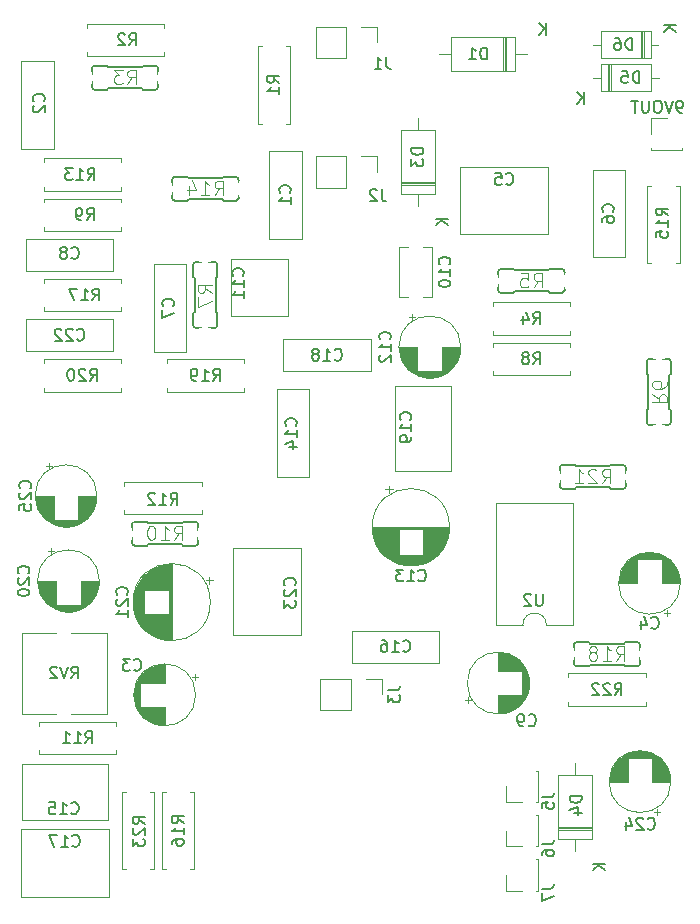
<source format=gbo>
G04 #@! TF.GenerationSoftware,KiCad,Pcbnew,(5.1.10)-1*
G04 #@! TF.CreationDate,2022-03-26T18:38:29-04:00*
G04 #@! TF.ProjectId,malice-striker,6d616c69-6365-42d7-9374-72696b65722e,rev?*
G04 #@! TF.SameCoordinates,Original*
G04 #@! TF.FileFunction,Legend,Bot*
G04 #@! TF.FilePolarity,Positive*
%FSLAX46Y46*%
G04 Gerber Fmt 4.6, Leading zero omitted, Abs format (unit mm)*
G04 Created by KiCad (PCBNEW (5.1.10)-1) date 2022-03-26 18:38:29*
%MOMM*%
%LPD*%
G01*
G04 APERTURE LIST*
%ADD10C,0.120000*%
%ADD11C,0.152400*%
%ADD12C,0.150000*%
%ADD13C,0.101600*%
%ADD14R,1.700000X1.700000*%
%ADD15O,1.700000X1.700000*%
%ADD16C,2.743200*%
%ADD17R,1.600000X1.600000*%
%ADD18O,1.600000X1.600000*%
%ADD19C,1.440000*%
%ADD20C,1.600000*%
%ADD21C,2.203200*%
%ADD22R,2.200000X2.200000*%
%ADD23O,2.200000X2.200000*%
%ADD24C,1.400000*%
%ADD25C,1.800000*%
%ADD26R,1.800000X1.800000*%
G04 APERTURE END LIST*
D10*
X59670000Y-106500000D02*
X59670000Y-107830000D01*
X59670000Y-107830000D02*
X61000000Y-107830000D01*
X62210000Y-107830000D02*
X62330000Y-107830000D01*
X62210000Y-105170000D02*
X62330000Y-105170000D01*
X62330000Y-105170000D02*
X62330000Y-107830000D01*
X59670000Y-102750000D02*
X59670000Y-104080000D01*
X59670000Y-104080000D02*
X61000000Y-104080000D01*
X62210000Y-104080000D02*
X62330000Y-104080000D01*
X62210000Y-101420000D02*
X62330000Y-101420000D01*
X62330000Y-101420000D02*
X62330000Y-104080000D01*
X59670000Y-99000000D02*
X59670000Y-100330000D01*
X59670000Y-100330000D02*
X61000000Y-100330000D01*
X62210000Y-100330000D02*
X62330000Y-100330000D01*
X62210000Y-97670000D02*
X62330000Y-97670000D01*
X62330000Y-97670000D02*
X62330000Y-100330000D01*
X74580000Y-45080000D02*
X71920000Y-45080000D01*
X74580000Y-44960000D02*
X74580000Y-45080000D01*
X71920000Y-44960000D02*
X71920000Y-45080000D01*
X71920000Y-42420000D02*
X71920000Y-43750000D01*
X73250000Y-42420000D02*
X71920000Y-42420000D01*
X46530000Y-92530000D02*
X46530000Y-89870000D01*
X46530000Y-92530000D02*
X43930000Y-92530000D01*
X43930000Y-92530000D02*
X43930000Y-89870000D01*
X46530000Y-89870000D02*
X43930000Y-89870000D01*
X49130000Y-89870000D02*
X47800000Y-89870000D01*
X49130000Y-91200000D02*
X49130000Y-89870000D01*
X46130000Y-48330000D02*
X46130000Y-45670000D01*
X46130000Y-48330000D02*
X43530000Y-48330000D01*
X43530000Y-48330000D02*
X43530000Y-45670000D01*
X46130000Y-45670000D02*
X43530000Y-45670000D01*
X48730000Y-45670000D02*
X47400000Y-45670000D01*
X48730000Y-47000000D02*
X48730000Y-45670000D01*
X46130000Y-37330000D02*
X46130000Y-34670000D01*
X46130000Y-37330000D02*
X43530000Y-37330000D01*
X43530000Y-37330000D02*
X43530000Y-34670000D01*
X46130000Y-34670000D02*
X43530000Y-34670000D01*
X48730000Y-34670000D02*
X47400000Y-34670000D01*
X48730000Y-36000000D02*
X48730000Y-34670000D01*
X61080000Y-85330000D02*
X58845000Y-85330000D01*
X58845000Y-85330000D02*
X58845000Y-75050000D01*
X58845000Y-75050000D02*
X65315000Y-75050000D01*
X65315000Y-75050000D02*
X65315000Y-85330000D01*
X65315000Y-85330000D02*
X63080000Y-85330000D01*
X63080000Y-85330000D02*
G75*
G03*
X61080000Y-85330000I-1000000J0D01*
G01*
X18640000Y-86040000D02*
X18640000Y-92880000D01*
X25880000Y-86040000D02*
X25880000Y-92880000D01*
X21550000Y-92880000D02*
X18640000Y-92880000D01*
X25880000Y-92880000D02*
X22850000Y-92880000D01*
X21550000Y-86040000D02*
X18640000Y-86040000D01*
X25880000Y-86040000D02*
X22850000Y-86040000D01*
X29540000Y-106010000D02*
X29870000Y-106010000D01*
X29870000Y-106010000D02*
X29870000Y-99470000D01*
X29870000Y-99470000D02*
X29540000Y-99470000D01*
X27460000Y-106010000D02*
X27130000Y-106010000D01*
X27130000Y-106010000D02*
X27130000Y-99470000D01*
X27130000Y-99470000D02*
X27460000Y-99470000D01*
X71480000Y-89430000D02*
X71480000Y-89760000D01*
X64940000Y-89430000D02*
X71480000Y-89430000D01*
X64940000Y-89760000D02*
X64940000Y-89430000D01*
X71480000Y-92170000D02*
X71480000Y-91840000D01*
X64940000Y-92170000D02*
X71480000Y-92170000D01*
X64940000Y-91840000D02*
X64940000Y-92170000D01*
D11*
X69810000Y-73562000D02*
X69810000Y-72038000D01*
X69556000Y-71784000D02*
X68540000Y-71784000D01*
X68413000Y-71911000D02*
X68540000Y-71784000D01*
X69556000Y-73816000D02*
X68540000Y-73816000D01*
X68413000Y-73689000D02*
X68540000Y-73816000D01*
X65587000Y-71911000D02*
X65460000Y-71784000D01*
X65587000Y-71911000D02*
X68413000Y-71911000D01*
X65587000Y-73689000D02*
X65460000Y-73816000D01*
X65587000Y-73689000D02*
X68413000Y-73689000D01*
X64444000Y-71784000D02*
X65460000Y-71784000D01*
X64444000Y-73816000D02*
X65460000Y-73816000D01*
X64190000Y-73562000D02*
X64190000Y-72038000D01*
X69556000Y-71784000D02*
G75*
G02*
X69810000Y-72038000I0J-254000D01*
G01*
X69556000Y-73816000D02*
G75*
G03*
X69810000Y-73562000I0J254000D01*
G01*
X64190000Y-73562000D02*
G75*
G03*
X64444000Y-73816000I254000J0D01*
G01*
X64190000Y-72038000D02*
G75*
G02*
X64444000Y-71784000I254000J0D01*
G01*
D10*
X27060000Y-63160000D02*
X27060000Y-62830000D01*
X27060000Y-62830000D02*
X20520000Y-62830000D01*
X20520000Y-62830000D02*
X20520000Y-63160000D01*
X27060000Y-65240000D02*
X27060000Y-65570000D01*
X27060000Y-65570000D02*
X20520000Y-65570000D01*
X20520000Y-65570000D02*
X20520000Y-65240000D01*
X37480000Y-62830000D02*
X37480000Y-63160000D01*
X30940000Y-62830000D02*
X37480000Y-62830000D01*
X30940000Y-63160000D02*
X30940000Y-62830000D01*
X37480000Y-65570000D02*
X37480000Y-65240000D01*
X30940000Y-65570000D02*
X37480000Y-65570000D01*
X30940000Y-65240000D02*
X30940000Y-65570000D01*
D11*
X65390000Y-87038000D02*
X65390000Y-88562000D01*
X65644000Y-88816000D02*
X66660000Y-88816000D01*
X66787000Y-88689000D02*
X66660000Y-88816000D01*
X65644000Y-86784000D02*
X66660000Y-86784000D01*
X66787000Y-86911000D02*
X66660000Y-86784000D01*
X69613000Y-88689000D02*
X69740000Y-88816000D01*
X69613000Y-88689000D02*
X66787000Y-88689000D01*
X69613000Y-86911000D02*
X69740000Y-86784000D01*
X69613000Y-86911000D02*
X66787000Y-86911000D01*
X70756000Y-88816000D02*
X69740000Y-88816000D01*
X70756000Y-86784000D02*
X69740000Y-86784000D01*
X71010000Y-87038000D02*
X71010000Y-88562000D01*
X65644000Y-88816000D02*
G75*
G02*
X65390000Y-88562000I0J254000D01*
G01*
X65644000Y-86784000D02*
G75*
G03*
X65390000Y-87038000I0J-254000D01*
G01*
X71010000Y-87038000D02*
G75*
G03*
X70756000Y-86784000I-254000J0D01*
G01*
X71010000Y-88562000D02*
G75*
G02*
X70756000Y-88816000I-254000J0D01*
G01*
D10*
X20520000Y-58770000D02*
X20520000Y-58440000D01*
X27060000Y-58770000D02*
X20520000Y-58770000D01*
X27060000Y-58440000D02*
X27060000Y-58770000D01*
X20520000Y-56030000D02*
X20520000Y-56360000D01*
X27060000Y-56030000D02*
X20520000Y-56030000D01*
X27060000Y-56360000D02*
X27060000Y-56030000D01*
X30860000Y-99490000D02*
X30530000Y-99490000D01*
X30530000Y-99490000D02*
X30530000Y-106030000D01*
X30530000Y-106030000D02*
X30860000Y-106030000D01*
X32940000Y-99490000D02*
X33270000Y-99490000D01*
X33270000Y-99490000D02*
X33270000Y-106030000D01*
X33270000Y-106030000D02*
X32940000Y-106030000D01*
X74370000Y-54680000D02*
X74040000Y-54680000D01*
X74370000Y-48140000D02*
X74370000Y-54680000D01*
X74040000Y-48140000D02*
X74370000Y-48140000D01*
X71630000Y-54680000D02*
X71960000Y-54680000D01*
X71630000Y-48140000D02*
X71630000Y-54680000D01*
X71960000Y-48140000D02*
X71630000Y-48140000D01*
D11*
X37010000Y-49162000D02*
X37010000Y-47638000D01*
X36756000Y-47384000D02*
X35740000Y-47384000D01*
X35613000Y-47511000D02*
X35740000Y-47384000D01*
X36756000Y-49416000D02*
X35740000Y-49416000D01*
X35613000Y-49289000D02*
X35740000Y-49416000D01*
X32787000Y-47511000D02*
X32660000Y-47384000D01*
X32787000Y-47511000D02*
X35613000Y-47511000D01*
X32787000Y-49289000D02*
X32660000Y-49416000D01*
X32787000Y-49289000D02*
X35613000Y-49289000D01*
X31644000Y-47384000D02*
X32660000Y-47384000D01*
X31644000Y-49416000D02*
X32660000Y-49416000D01*
X31390000Y-49162000D02*
X31390000Y-47638000D01*
X36756000Y-47384000D02*
G75*
G02*
X37010000Y-47638000I0J-254000D01*
G01*
X36756000Y-49416000D02*
G75*
G03*
X37010000Y-49162000I0J254000D01*
G01*
X31390000Y-49162000D02*
G75*
G03*
X31644000Y-49416000I254000J0D01*
G01*
X31390000Y-47638000D02*
G75*
G02*
X31644000Y-47384000I254000J0D01*
G01*
D10*
X20520000Y-48570000D02*
X20520000Y-48240000D01*
X27060000Y-48570000D02*
X20520000Y-48570000D01*
X27060000Y-48240000D02*
X27060000Y-48570000D01*
X20520000Y-45830000D02*
X20520000Y-46160000D01*
X27060000Y-45830000D02*
X20520000Y-45830000D01*
X27060000Y-46160000D02*
X27060000Y-45830000D01*
X27340000Y-75640000D02*
X27340000Y-75970000D01*
X27340000Y-75970000D02*
X33880000Y-75970000D01*
X33880000Y-75970000D02*
X33880000Y-75640000D01*
X27340000Y-73560000D02*
X27340000Y-73230000D01*
X27340000Y-73230000D02*
X33880000Y-73230000D01*
X33880000Y-73230000D02*
X33880000Y-73560000D01*
X20120000Y-96270000D02*
X20120000Y-95940000D01*
X26660000Y-96270000D02*
X20120000Y-96270000D01*
X26660000Y-95940000D02*
X26660000Y-96270000D01*
X20120000Y-93530000D02*
X20120000Y-93860000D01*
X26660000Y-93530000D02*
X20120000Y-93530000D01*
X26660000Y-93860000D02*
X26660000Y-93530000D01*
D11*
X27990000Y-76838000D02*
X27990000Y-78362000D01*
X28244000Y-78616000D02*
X29260000Y-78616000D01*
X29387000Y-78489000D02*
X29260000Y-78616000D01*
X28244000Y-76584000D02*
X29260000Y-76584000D01*
X29387000Y-76711000D02*
X29260000Y-76584000D01*
X32213000Y-78489000D02*
X32340000Y-78616000D01*
X32213000Y-78489000D02*
X29387000Y-78489000D01*
X32213000Y-76711000D02*
X32340000Y-76584000D01*
X32213000Y-76711000D02*
X29387000Y-76711000D01*
X33356000Y-78616000D02*
X32340000Y-78616000D01*
X33356000Y-76584000D02*
X32340000Y-76584000D01*
X33610000Y-76838000D02*
X33610000Y-78362000D01*
X28244000Y-78616000D02*
G75*
G02*
X27990000Y-78362000I0J254000D01*
G01*
X28244000Y-76584000D02*
G75*
G03*
X27990000Y-76838000I0J-254000D01*
G01*
X33610000Y-76838000D02*
G75*
G03*
X33356000Y-76584000I-254000J0D01*
G01*
X33610000Y-78362000D02*
G75*
G02*
X33356000Y-78616000I-254000J0D01*
G01*
D10*
X20520000Y-51970000D02*
X20520000Y-51640000D01*
X27060000Y-51970000D02*
X20520000Y-51970000D01*
X27060000Y-51640000D02*
X27060000Y-51970000D01*
X20520000Y-49230000D02*
X20520000Y-49560000D01*
X27060000Y-49230000D02*
X20520000Y-49230000D01*
X27060000Y-49560000D02*
X27060000Y-49230000D01*
X65080000Y-61430000D02*
X65080000Y-61760000D01*
X58540000Y-61430000D02*
X65080000Y-61430000D01*
X58540000Y-61760000D02*
X58540000Y-61430000D01*
X65080000Y-64170000D02*
X65080000Y-63840000D01*
X58540000Y-64170000D02*
X65080000Y-64170000D01*
X58540000Y-63840000D02*
X58540000Y-64170000D01*
D11*
X34962000Y-54590000D02*
X33438000Y-54590000D01*
X33184000Y-54844000D02*
X33184000Y-55860000D01*
X33311000Y-55987000D02*
X33184000Y-55860000D01*
X35216000Y-54844000D02*
X35216000Y-55860000D01*
X35089000Y-55987000D02*
X35216000Y-55860000D01*
X33311000Y-58813000D02*
X33184000Y-58940000D01*
X33311000Y-58813000D02*
X33311000Y-55987000D01*
X35089000Y-58813000D02*
X35216000Y-58940000D01*
X35089000Y-58813000D02*
X35089000Y-55987000D01*
X33184000Y-59956000D02*
X33184000Y-58940000D01*
X35216000Y-59956000D02*
X35216000Y-58940000D01*
X34962000Y-60210000D02*
X33438000Y-60210000D01*
X33184000Y-54844000D02*
G75*
G02*
X33438000Y-54590000I254000J0D01*
G01*
X35216000Y-54844000D02*
G75*
G03*
X34962000Y-54590000I-254000J0D01*
G01*
X34962000Y-60210000D02*
G75*
G03*
X35216000Y-59956000I0J254000D01*
G01*
X33438000Y-60210000D02*
G75*
G02*
X33184000Y-59956000I0J254000D01*
G01*
X71838000Y-68410000D02*
X73362000Y-68410000D01*
X73616000Y-68156000D02*
X73616000Y-67140000D01*
X73489000Y-67013000D02*
X73616000Y-67140000D01*
X71584000Y-68156000D02*
X71584000Y-67140000D01*
X71711000Y-67013000D02*
X71584000Y-67140000D01*
X73489000Y-64187000D02*
X73616000Y-64060000D01*
X73489000Y-64187000D02*
X73489000Y-67013000D01*
X71711000Y-64187000D02*
X71584000Y-64060000D01*
X71711000Y-64187000D02*
X71711000Y-67013000D01*
X73616000Y-63044000D02*
X73616000Y-64060000D01*
X71584000Y-63044000D02*
X71584000Y-64060000D01*
X71838000Y-62790000D02*
X73362000Y-62790000D01*
X73616000Y-68156000D02*
G75*
G02*
X73362000Y-68410000I-254000J0D01*
G01*
X71584000Y-68156000D02*
G75*
G03*
X71838000Y-68410000I254000J0D01*
G01*
X71838000Y-62790000D02*
G75*
G03*
X71584000Y-63044000I0J-254000D01*
G01*
X73362000Y-62790000D02*
G75*
G02*
X73616000Y-63044000I0J-254000D01*
G01*
X58990000Y-56962000D02*
X58990000Y-55438000D01*
X59244000Y-57216000D02*
X60260000Y-57216000D01*
X59244000Y-55184000D02*
X60260000Y-55184000D01*
X60387000Y-57089000D02*
X63213000Y-57089000D01*
X60387000Y-57089000D02*
X60260000Y-57216000D01*
X60387000Y-55311000D02*
X63213000Y-55311000D01*
X60387000Y-55311000D02*
X60260000Y-55184000D01*
X63213000Y-57089000D02*
X63340000Y-57216000D01*
X64356000Y-57216000D02*
X63340000Y-57216000D01*
X63213000Y-55311000D02*
X63340000Y-55184000D01*
X64356000Y-55184000D02*
X63340000Y-55184000D01*
X64610000Y-56962000D02*
X64610000Y-55438000D01*
X58990000Y-55438000D02*
G75*
G02*
X59244000Y-55184000I254000J0D01*
G01*
X58990000Y-56962000D02*
G75*
G03*
X59244000Y-57216000I254000J0D01*
G01*
X64356000Y-57216000D02*
G75*
G03*
X64610000Y-56962000I0J254000D01*
G01*
X64356000Y-55184000D02*
G75*
G02*
X64610000Y-55438000I0J-254000D01*
G01*
D10*
X65080000Y-58030000D02*
X65080000Y-58360000D01*
X58540000Y-58030000D02*
X65080000Y-58030000D01*
X58540000Y-58360000D02*
X58540000Y-58030000D01*
X65080000Y-60770000D02*
X65080000Y-60440000D01*
X58540000Y-60770000D02*
X65080000Y-60770000D01*
X58540000Y-60440000D02*
X58540000Y-60770000D01*
D11*
X24590000Y-38238000D02*
X24590000Y-39762000D01*
X24844000Y-40016000D02*
X25860000Y-40016000D01*
X25987000Y-39889000D02*
X25860000Y-40016000D01*
X24844000Y-37984000D02*
X25860000Y-37984000D01*
X25987000Y-38111000D02*
X25860000Y-37984000D01*
X28813000Y-39889000D02*
X28940000Y-40016000D01*
X28813000Y-39889000D02*
X25987000Y-39889000D01*
X28813000Y-38111000D02*
X28940000Y-37984000D01*
X28813000Y-38111000D02*
X25987000Y-38111000D01*
X29956000Y-40016000D02*
X28940000Y-40016000D01*
X29956000Y-37984000D02*
X28940000Y-37984000D01*
X30210000Y-38238000D02*
X30210000Y-39762000D01*
X24844000Y-40016000D02*
G75*
G02*
X24590000Y-39762000I0J254000D01*
G01*
X24844000Y-37984000D02*
G75*
G03*
X24590000Y-38238000I0J-254000D01*
G01*
X30210000Y-38238000D02*
G75*
G03*
X29956000Y-37984000I-254000J0D01*
G01*
X30210000Y-39762000D02*
G75*
G02*
X29956000Y-40016000I-254000J0D01*
G01*
D10*
X30680000Y-34430000D02*
X30680000Y-34760000D01*
X24140000Y-34430000D02*
X30680000Y-34430000D01*
X24140000Y-34760000D02*
X24140000Y-34430000D01*
X30680000Y-37170000D02*
X30680000Y-36840000D01*
X24140000Y-37170000D02*
X30680000Y-37170000D01*
X24140000Y-36840000D02*
X24140000Y-37170000D01*
X38960000Y-36340000D02*
X38630000Y-36340000D01*
X38630000Y-36340000D02*
X38630000Y-42880000D01*
X38630000Y-42880000D02*
X38960000Y-42880000D01*
X41040000Y-36340000D02*
X41370000Y-36340000D01*
X41370000Y-36340000D02*
X41370000Y-42880000D01*
X41370000Y-42880000D02*
X41040000Y-42880000D01*
X71310000Y-35080000D02*
X71310000Y-37320000D01*
X71070000Y-35080000D02*
X71070000Y-37320000D01*
X71190000Y-35080000D02*
X71190000Y-37320000D01*
X67020000Y-36200000D02*
X67670000Y-36200000D01*
X72560000Y-36200000D02*
X71910000Y-36200000D01*
X67670000Y-35080000D02*
X71910000Y-35080000D01*
X67670000Y-37320000D02*
X67670000Y-35080000D01*
X71910000Y-37320000D02*
X67670000Y-37320000D01*
X71910000Y-35080000D02*
X71910000Y-37320000D01*
X68290000Y-40120000D02*
X68290000Y-37880000D01*
X68530000Y-40120000D02*
X68530000Y-37880000D01*
X68410000Y-40120000D02*
X68410000Y-37880000D01*
X72580000Y-39000000D02*
X71930000Y-39000000D01*
X67040000Y-39000000D02*
X67690000Y-39000000D01*
X71930000Y-40120000D02*
X67690000Y-40120000D01*
X71930000Y-37880000D02*
X71930000Y-40120000D01*
X67690000Y-37880000D02*
X71930000Y-37880000D01*
X67690000Y-40120000D02*
X67690000Y-37880000D01*
X66970000Y-103440000D02*
X64030000Y-103440000D01*
X64030000Y-103440000D02*
X64030000Y-98000000D01*
X64030000Y-98000000D02*
X66970000Y-98000000D01*
X66970000Y-98000000D02*
X66970000Y-103440000D01*
X65500000Y-104460000D02*
X65500000Y-103440000D01*
X65500000Y-96980000D02*
X65500000Y-98000000D01*
X66970000Y-102540000D02*
X64030000Y-102540000D01*
X66970000Y-102420000D02*
X64030000Y-102420000D01*
X66970000Y-102660000D02*
X64030000Y-102660000D01*
X53670000Y-48840000D02*
X50730000Y-48840000D01*
X50730000Y-48840000D02*
X50730000Y-43400000D01*
X50730000Y-43400000D02*
X53670000Y-43400000D01*
X53670000Y-43400000D02*
X53670000Y-48840000D01*
X52200000Y-49860000D02*
X52200000Y-48840000D01*
X52200000Y-42380000D02*
X52200000Y-43400000D01*
X53670000Y-47940000D02*
X50730000Y-47940000D01*
X53670000Y-47820000D02*
X50730000Y-47820000D01*
X53670000Y-48060000D02*
X50730000Y-48060000D01*
X60440000Y-35530000D02*
X60440000Y-38470000D01*
X60440000Y-38470000D02*
X55000000Y-38470000D01*
X55000000Y-38470000D02*
X55000000Y-35530000D01*
X55000000Y-35530000D02*
X60440000Y-35530000D01*
X61460000Y-37000000D02*
X60440000Y-37000000D01*
X53980000Y-37000000D02*
X55000000Y-37000000D01*
X59540000Y-35530000D02*
X59540000Y-38470000D01*
X59420000Y-35530000D02*
X59420000Y-38470000D01*
X59660000Y-35530000D02*
X59660000Y-38470000D01*
X20675000Y-71845225D02*
X21175000Y-71845225D01*
X20925000Y-71595225D02*
X20925000Y-72095225D01*
X22116000Y-77001000D02*
X22684000Y-77001000D01*
X21882000Y-76961000D02*
X22918000Y-76961000D01*
X21723000Y-76921000D02*
X23077000Y-76921000D01*
X21595000Y-76881000D02*
X23205000Y-76881000D01*
X21485000Y-76841000D02*
X23315000Y-76841000D01*
X21389000Y-76801000D02*
X23411000Y-76801000D01*
X21302000Y-76761000D02*
X23498000Y-76761000D01*
X21222000Y-76721000D02*
X23578000Y-76721000D01*
X21149000Y-76681000D02*
X23651000Y-76681000D01*
X21081000Y-76641000D02*
X23719000Y-76641000D01*
X21017000Y-76601000D02*
X23783000Y-76601000D01*
X20957000Y-76561000D02*
X23843000Y-76561000D01*
X20900000Y-76521000D02*
X23900000Y-76521000D01*
X20846000Y-76481000D02*
X23954000Y-76481000D01*
X20795000Y-76441000D02*
X24005000Y-76441000D01*
X23440000Y-76401000D02*
X24053000Y-76401000D01*
X20747000Y-76401000D02*
X21360000Y-76401000D01*
X23440000Y-76361000D02*
X24099000Y-76361000D01*
X20701000Y-76361000D02*
X21360000Y-76361000D01*
X23440000Y-76321000D02*
X24143000Y-76321000D01*
X20657000Y-76321000D02*
X21360000Y-76321000D01*
X23440000Y-76281000D02*
X24185000Y-76281000D01*
X20615000Y-76281000D02*
X21360000Y-76281000D01*
X23440000Y-76241000D02*
X24226000Y-76241000D01*
X20574000Y-76241000D02*
X21360000Y-76241000D01*
X23440000Y-76201000D02*
X24264000Y-76201000D01*
X20536000Y-76201000D02*
X21360000Y-76201000D01*
X23440000Y-76161000D02*
X24301000Y-76161000D01*
X20499000Y-76161000D02*
X21360000Y-76161000D01*
X23440000Y-76121000D02*
X24337000Y-76121000D01*
X20463000Y-76121000D02*
X21360000Y-76121000D01*
X23440000Y-76081000D02*
X24371000Y-76081000D01*
X20429000Y-76081000D02*
X21360000Y-76081000D01*
X23440000Y-76041000D02*
X24404000Y-76041000D01*
X20396000Y-76041000D02*
X21360000Y-76041000D01*
X23440000Y-76001000D02*
X24435000Y-76001000D01*
X20365000Y-76001000D02*
X21360000Y-76001000D01*
X23440000Y-75961000D02*
X24465000Y-75961000D01*
X20335000Y-75961000D02*
X21360000Y-75961000D01*
X23440000Y-75921000D02*
X24495000Y-75921000D01*
X20305000Y-75921000D02*
X21360000Y-75921000D01*
X23440000Y-75881000D02*
X24522000Y-75881000D01*
X20278000Y-75881000D02*
X21360000Y-75881000D01*
X23440000Y-75841000D02*
X24549000Y-75841000D01*
X20251000Y-75841000D02*
X21360000Y-75841000D01*
X23440000Y-75801000D02*
X24575000Y-75801000D01*
X20225000Y-75801000D02*
X21360000Y-75801000D01*
X23440000Y-75761000D02*
X24600000Y-75761000D01*
X20200000Y-75761000D02*
X21360000Y-75761000D01*
X23440000Y-75721000D02*
X24624000Y-75721000D01*
X20176000Y-75721000D02*
X21360000Y-75721000D01*
X23440000Y-75681000D02*
X24647000Y-75681000D01*
X20153000Y-75681000D02*
X21360000Y-75681000D01*
X23440000Y-75641000D02*
X24668000Y-75641000D01*
X20132000Y-75641000D02*
X21360000Y-75641000D01*
X23440000Y-75601000D02*
X24690000Y-75601000D01*
X20110000Y-75601000D02*
X21360000Y-75601000D01*
X23440000Y-75561000D02*
X24710000Y-75561000D01*
X20090000Y-75561000D02*
X21360000Y-75561000D01*
X23440000Y-75521000D02*
X24729000Y-75521000D01*
X20071000Y-75521000D02*
X21360000Y-75521000D01*
X23440000Y-75481000D02*
X24748000Y-75481000D01*
X20052000Y-75481000D02*
X21360000Y-75481000D01*
X23440000Y-75441000D02*
X24765000Y-75441000D01*
X20035000Y-75441000D02*
X21360000Y-75441000D01*
X23440000Y-75401000D02*
X24782000Y-75401000D01*
X20018000Y-75401000D02*
X21360000Y-75401000D01*
X23440000Y-75361000D02*
X24798000Y-75361000D01*
X20002000Y-75361000D02*
X21360000Y-75361000D01*
X23440000Y-75321000D02*
X24814000Y-75321000D01*
X19986000Y-75321000D02*
X21360000Y-75321000D01*
X23440000Y-75281000D02*
X24828000Y-75281000D01*
X19972000Y-75281000D02*
X21360000Y-75281000D01*
X23440000Y-75241000D02*
X24842000Y-75241000D01*
X19958000Y-75241000D02*
X21360000Y-75241000D01*
X23440000Y-75201000D02*
X24855000Y-75201000D01*
X19945000Y-75201000D02*
X21360000Y-75201000D01*
X23440000Y-75161000D02*
X24868000Y-75161000D01*
X19932000Y-75161000D02*
X21360000Y-75161000D01*
X23440000Y-75121000D02*
X24880000Y-75121000D01*
X19920000Y-75121000D02*
X21360000Y-75121000D01*
X23440000Y-75080000D02*
X24891000Y-75080000D01*
X19909000Y-75080000D02*
X21360000Y-75080000D01*
X23440000Y-75040000D02*
X24901000Y-75040000D01*
X19899000Y-75040000D02*
X21360000Y-75040000D01*
X23440000Y-75000000D02*
X24911000Y-75000000D01*
X19889000Y-75000000D02*
X21360000Y-75000000D01*
X23440000Y-74960000D02*
X24920000Y-74960000D01*
X19880000Y-74960000D02*
X21360000Y-74960000D01*
X23440000Y-74920000D02*
X24928000Y-74920000D01*
X19872000Y-74920000D02*
X21360000Y-74920000D01*
X23440000Y-74880000D02*
X24936000Y-74880000D01*
X19864000Y-74880000D02*
X21360000Y-74880000D01*
X23440000Y-74840000D02*
X24943000Y-74840000D01*
X19857000Y-74840000D02*
X21360000Y-74840000D01*
X23440000Y-74800000D02*
X24950000Y-74800000D01*
X19850000Y-74800000D02*
X21360000Y-74800000D01*
X23440000Y-74760000D02*
X24956000Y-74760000D01*
X19844000Y-74760000D02*
X21360000Y-74760000D01*
X23440000Y-74720000D02*
X24961000Y-74720000D01*
X19839000Y-74720000D02*
X21360000Y-74720000D01*
X23440000Y-74680000D02*
X24965000Y-74680000D01*
X19835000Y-74680000D02*
X21360000Y-74680000D01*
X23440000Y-74640000D02*
X24969000Y-74640000D01*
X19831000Y-74640000D02*
X21360000Y-74640000D01*
X23440000Y-74600000D02*
X24973000Y-74600000D01*
X19827000Y-74600000D02*
X21360000Y-74600000D01*
X23440000Y-74560000D02*
X24976000Y-74560000D01*
X19824000Y-74560000D02*
X21360000Y-74560000D01*
X23440000Y-74520000D02*
X24978000Y-74520000D01*
X19822000Y-74520000D02*
X21360000Y-74520000D01*
X23440000Y-74480000D02*
X24979000Y-74480000D01*
X19821000Y-74480000D02*
X21360000Y-74480000D01*
X19820000Y-74440000D02*
X21360000Y-74440000D01*
X23440000Y-74440000D02*
X24980000Y-74440000D01*
X19820000Y-74400000D02*
X21360000Y-74400000D01*
X23440000Y-74400000D02*
X24980000Y-74400000D01*
X25020000Y-74400000D02*
G75*
G03*
X25020000Y-74400000I-2620000J0D01*
G01*
X72725000Y-101154775D02*
X72225000Y-101154775D01*
X72475000Y-101404775D02*
X72475000Y-100904775D01*
X71284000Y-95999000D02*
X70716000Y-95999000D01*
X71518000Y-96039000D02*
X70482000Y-96039000D01*
X71677000Y-96079000D02*
X70323000Y-96079000D01*
X71805000Y-96119000D02*
X70195000Y-96119000D01*
X71915000Y-96159000D02*
X70085000Y-96159000D01*
X72011000Y-96199000D02*
X69989000Y-96199000D01*
X72098000Y-96239000D02*
X69902000Y-96239000D01*
X72178000Y-96279000D02*
X69822000Y-96279000D01*
X72251000Y-96319000D02*
X69749000Y-96319000D01*
X72319000Y-96359000D02*
X69681000Y-96359000D01*
X72383000Y-96399000D02*
X69617000Y-96399000D01*
X72443000Y-96439000D02*
X69557000Y-96439000D01*
X72500000Y-96479000D02*
X69500000Y-96479000D01*
X72554000Y-96519000D02*
X69446000Y-96519000D01*
X72605000Y-96559000D02*
X69395000Y-96559000D01*
X69960000Y-96599000D02*
X69347000Y-96599000D01*
X72653000Y-96599000D02*
X72040000Y-96599000D01*
X69960000Y-96639000D02*
X69301000Y-96639000D01*
X72699000Y-96639000D02*
X72040000Y-96639000D01*
X69960000Y-96679000D02*
X69257000Y-96679000D01*
X72743000Y-96679000D02*
X72040000Y-96679000D01*
X69960000Y-96719000D02*
X69215000Y-96719000D01*
X72785000Y-96719000D02*
X72040000Y-96719000D01*
X69960000Y-96759000D02*
X69174000Y-96759000D01*
X72826000Y-96759000D02*
X72040000Y-96759000D01*
X69960000Y-96799000D02*
X69136000Y-96799000D01*
X72864000Y-96799000D02*
X72040000Y-96799000D01*
X69960000Y-96839000D02*
X69099000Y-96839000D01*
X72901000Y-96839000D02*
X72040000Y-96839000D01*
X69960000Y-96879000D02*
X69063000Y-96879000D01*
X72937000Y-96879000D02*
X72040000Y-96879000D01*
X69960000Y-96919000D02*
X69029000Y-96919000D01*
X72971000Y-96919000D02*
X72040000Y-96919000D01*
X69960000Y-96959000D02*
X68996000Y-96959000D01*
X73004000Y-96959000D02*
X72040000Y-96959000D01*
X69960000Y-96999000D02*
X68965000Y-96999000D01*
X73035000Y-96999000D02*
X72040000Y-96999000D01*
X69960000Y-97039000D02*
X68935000Y-97039000D01*
X73065000Y-97039000D02*
X72040000Y-97039000D01*
X69960000Y-97079000D02*
X68905000Y-97079000D01*
X73095000Y-97079000D02*
X72040000Y-97079000D01*
X69960000Y-97119000D02*
X68878000Y-97119000D01*
X73122000Y-97119000D02*
X72040000Y-97119000D01*
X69960000Y-97159000D02*
X68851000Y-97159000D01*
X73149000Y-97159000D02*
X72040000Y-97159000D01*
X69960000Y-97199000D02*
X68825000Y-97199000D01*
X73175000Y-97199000D02*
X72040000Y-97199000D01*
X69960000Y-97239000D02*
X68800000Y-97239000D01*
X73200000Y-97239000D02*
X72040000Y-97239000D01*
X69960000Y-97279000D02*
X68776000Y-97279000D01*
X73224000Y-97279000D02*
X72040000Y-97279000D01*
X69960000Y-97319000D02*
X68753000Y-97319000D01*
X73247000Y-97319000D02*
X72040000Y-97319000D01*
X69960000Y-97359000D02*
X68732000Y-97359000D01*
X73268000Y-97359000D02*
X72040000Y-97359000D01*
X69960000Y-97399000D02*
X68710000Y-97399000D01*
X73290000Y-97399000D02*
X72040000Y-97399000D01*
X69960000Y-97439000D02*
X68690000Y-97439000D01*
X73310000Y-97439000D02*
X72040000Y-97439000D01*
X69960000Y-97479000D02*
X68671000Y-97479000D01*
X73329000Y-97479000D02*
X72040000Y-97479000D01*
X69960000Y-97519000D02*
X68652000Y-97519000D01*
X73348000Y-97519000D02*
X72040000Y-97519000D01*
X69960000Y-97559000D02*
X68635000Y-97559000D01*
X73365000Y-97559000D02*
X72040000Y-97559000D01*
X69960000Y-97599000D02*
X68618000Y-97599000D01*
X73382000Y-97599000D02*
X72040000Y-97599000D01*
X69960000Y-97639000D02*
X68602000Y-97639000D01*
X73398000Y-97639000D02*
X72040000Y-97639000D01*
X69960000Y-97679000D02*
X68586000Y-97679000D01*
X73414000Y-97679000D02*
X72040000Y-97679000D01*
X69960000Y-97719000D02*
X68572000Y-97719000D01*
X73428000Y-97719000D02*
X72040000Y-97719000D01*
X69960000Y-97759000D02*
X68558000Y-97759000D01*
X73442000Y-97759000D02*
X72040000Y-97759000D01*
X69960000Y-97799000D02*
X68545000Y-97799000D01*
X73455000Y-97799000D02*
X72040000Y-97799000D01*
X69960000Y-97839000D02*
X68532000Y-97839000D01*
X73468000Y-97839000D02*
X72040000Y-97839000D01*
X69960000Y-97879000D02*
X68520000Y-97879000D01*
X73480000Y-97879000D02*
X72040000Y-97879000D01*
X69960000Y-97920000D02*
X68509000Y-97920000D01*
X73491000Y-97920000D02*
X72040000Y-97920000D01*
X69960000Y-97960000D02*
X68499000Y-97960000D01*
X73501000Y-97960000D02*
X72040000Y-97960000D01*
X69960000Y-98000000D02*
X68489000Y-98000000D01*
X73511000Y-98000000D02*
X72040000Y-98000000D01*
X69960000Y-98040000D02*
X68480000Y-98040000D01*
X73520000Y-98040000D02*
X72040000Y-98040000D01*
X69960000Y-98080000D02*
X68472000Y-98080000D01*
X73528000Y-98080000D02*
X72040000Y-98080000D01*
X69960000Y-98120000D02*
X68464000Y-98120000D01*
X73536000Y-98120000D02*
X72040000Y-98120000D01*
X69960000Y-98160000D02*
X68457000Y-98160000D01*
X73543000Y-98160000D02*
X72040000Y-98160000D01*
X69960000Y-98200000D02*
X68450000Y-98200000D01*
X73550000Y-98200000D02*
X72040000Y-98200000D01*
X69960000Y-98240000D02*
X68444000Y-98240000D01*
X73556000Y-98240000D02*
X72040000Y-98240000D01*
X69960000Y-98280000D02*
X68439000Y-98280000D01*
X73561000Y-98280000D02*
X72040000Y-98280000D01*
X69960000Y-98320000D02*
X68435000Y-98320000D01*
X73565000Y-98320000D02*
X72040000Y-98320000D01*
X69960000Y-98360000D02*
X68431000Y-98360000D01*
X73569000Y-98360000D02*
X72040000Y-98360000D01*
X69960000Y-98400000D02*
X68427000Y-98400000D01*
X73573000Y-98400000D02*
X72040000Y-98400000D01*
X69960000Y-98440000D02*
X68424000Y-98440000D01*
X73576000Y-98440000D02*
X72040000Y-98440000D01*
X69960000Y-98480000D02*
X68422000Y-98480000D01*
X73578000Y-98480000D02*
X72040000Y-98480000D01*
X69960000Y-98520000D02*
X68421000Y-98520000D01*
X73579000Y-98520000D02*
X72040000Y-98520000D01*
X73580000Y-98560000D02*
X72040000Y-98560000D01*
X69960000Y-98560000D02*
X68420000Y-98560000D01*
X73580000Y-98600000D02*
X72040000Y-98600000D01*
X69960000Y-98600000D02*
X68420000Y-98600000D01*
X73620000Y-98600000D02*
G75*
G03*
X73620000Y-98600000I-2620000J0D01*
G01*
X42270000Y-78780000D02*
X36530000Y-78780000D01*
X42270000Y-86220000D02*
X36530000Y-86220000D01*
X36530000Y-86220000D02*
X36530000Y-78780000D01*
X42270000Y-86220000D02*
X42270000Y-78780000D01*
X18980000Y-62170000D02*
X26420000Y-62170000D01*
X18980000Y-59430000D02*
X26420000Y-59430000D01*
X18980000Y-62170000D02*
X18980000Y-59430000D01*
X26420000Y-62170000D02*
X26420000Y-59430000D01*
X34620000Y-83400000D02*
G75*
G03*
X34620000Y-83400000I-3270000J0D01*
G01*
X31350000Y-80170000D02*
X31350000Y-86630000D01*
X31310000Y-80170000D02*
X31310000Y-86630000D01*
X31270000Y-80170000D02*
X31270000Y-86630000D01*
X31230000Y-80172000D02*
X31230000Y-86628000D01*
X31190000Y-80173000D02*
X31190000Y-86627000D01*
X31150000Y-80176000D02*
X31150000Y-86624000D01*
X31110000Y-80178000D02*
X31110000Y-82360000D01*
X31110000Y-84440000D02*
X31110000Y-86622000D01*
X31070000Y-80182000D02*
X31070000Y-82360000D01*
X31070000Y-84440000D02*
X31070000Y-86618000D01*
X31030000Y-80185000D02*
X31030000Y-82360000D01*
X31030000Y-84440000D02*
X31030000Y-86615000D01*
X30990000Y-80189000D02*
X30990000Y-82360000D01*
X30990000Y-84440000D02*
X30990000Y-86611000D01*
X30950000Y-80194000D02*
X30950000Y-82360000D01*
X30950000Y-84440000D02*
X30950000Y-86606000D01*
X30910000Y-80199000D02*
X30910000Y-82360000D01*
X30910000Y-84440000D02*
X30910000Y-86601000D01*
X30870000Y-80205000D02*
X30870000Y-82360000D01*
X30870000Y-84440000D02*
X30870000Y-86595000D01*
X30830000Y-80211000D02*
X30830000Y-82360000D01*
X30830000Y-84440000D02*
X30830000Y-86589000D01*
X30790000Y-80218000D02*
X30790000Y-82360000D01*
X30790000Y-84440000D02*
X30790000Y-86582000D01*
X30750000Y-80225000D02*
X30750000Y-82360000D01*
X30750000Y-84440000D02*
X30750000Y-86575000D01*
X30710000Y-80233000D02*
X30710000Y-82360000D01*
X30710000Y-84440000D02*
X30710000Y-86567000D01*
X30670000Y-80241000D02*
X30670000Y-82360000D01*
X30670000Y-84440000D02*
X30670000Y-86559000D01*
X30629000Y-80250000D02*
X30629000Y-82360000D01*
X30629000Y-84440000D02*
X30629000Y-86550000D01*
X30589000Y-80259000D02*
X30589000Y-82360000D01*
X30589000Y-84440000D02*
X30589000Y-86541000D01*
X30549000Y-80269000D02*
X30549000Y-82360000D01*
X30549000Y-84440000D02*
X30549000Y-86531000D01*
X30509000Y-80279000D02*
X30509000Y-82360000D01*
X30509000Y-84440000D02*
X30509000Y-86521000D01*
X30469000Y-80290000D02*
X30469000Y-82360000D01*
X30469000Y-84440000D02*
X30469000Y-86510000D01*
X30429000Y-80302000D02*
X30429000Y-82360000D01*
X30429000Y-84440000D02*
X30429000Y-86498000D01*
X30389000Y-80314000D02*
X30389000Y-82360000D01*
X30389000Y-84440000D02*
X30389000Y-86486000D01*
X30349000Y-80326000D02*
X30349000Y-82360000D01*
X30349000Y-84440000D02*
X30349000Y-86474000D01*
X30309000Y-80339000D02*
X30309000Y-82360000D01*
X30309000Y-84440000D02*
X30309000Y-86461000D01*
X30269000Y-80353000D02*
X30269000Y-82360000D01*
X30269000Y-84440000D02*
X30269000Y-86447000D01*
X30229000Y-80367000D02*
X30229000Y-82360000D01*
X30229000Y-84440000D02*
X30229000Y-86433000D01*
X30189000Y-80382000D02*
X30189000Y-82360000D01*
X30189000Y-84440000D02*
X30189000Y-86418000D01*
X30149000Y-80398000D02*
X30149000Y-82360000D01*
X30149000Y-84440000D02*
X30149000Y-86402000D01*
X30109000Y-80414000D02*
X30109000Y-82360000D01*
X30109000Y-84440000D02*
X30109000Y-86386000D01*
X30069000Y-80430000D02*
X30069000Y-82360000D01*
X30069000Y-84440000D02*
X30069000Y-86370000D01*
X30029000Y-80448000D02*
X30029000Y-82360000D01*
X30029000Y-84440000D02*
X30029000Y-86352000D01*
X29989000Y-80466000D02*
X29989000Y-82360000D01*
X29989000Y-84440000D02*
X29989000Y-86334000D01*
X29949000Y-80484000D02*
X29949000Y-82360000D01*
X29949000Y-84440000D02*
X29949000Y-86316000D01*
X29909000Y-80504000D02*
X29909000Y-82360000D01*
X29909000Y-84440000D02*
X29909000Y-86296000D01*
X29869000Y-80524000D02*
X29869000Y-82360000D01*
X29869000Y-84440000D02*
X29869000Y-86276000D01*
X29829000Y-80544000D02*
X29829000Y-82360000D01*
X29829000Y-84440000D02*
X29829000Y-86256000D01*
X29789000Y-80566000D02*
X29789000Y-82360000D01*
X29789000Y-84440000D02*
X29789000Y-86234000D01*
X29749000Y-80588000D02*
X29749000Y-82360000D01*
X29749000Y-84440000D02*
X29749000Y-86212000D01*
X29709000Y-80610000D02*
X29709000Y-82360000D01*
X29709000Y-84440000D02*
X29709000Y-86190000D01*
X29669000Y-80634000D02*
X29669000Y-82360000D01*
X29669000Y-84440000D02*
X29669000Y-86166000D01*
X29629000Y-80658000D02*
X29629000Y-82360000D01*
X29629000Y-84440000D02*
X29629000Y-86142000D01*
X29589000Y-80684000D02*
X29589000Y-82360000D01*
X29589000Y-84440000D02*
X29589000Y-86116000D01*
X29549000Y-80710000D02*
X29549000Y-82360000D01*
X29549000Y-84440000D02*
X29549000Y-86090000D01*
X29509000Y-80736000D02*
X29509000Y-82360000D01*
X29509000Y-84440000D02*
X29509000Y-86064000D01*
X29469000Y-80764000D02*
X29469000Y-82360000D01*
X29469000Y-84440000D02*
X29469000Y-86036000D01*
X29429000Y-80793000D02*
X29429000Y-82360000D01*
X29429000Y-84440000D02*
X29429000Y-86007000D01*
X29389000Y-80822000D02*
X29389000Y-82360000D01*
X29389000Y-84440000D02*
X29389000Y-85978000D01*
X29349000Y-80852000D02*
X29349000Y-82360000D01*
X29349000Y-84440000D02*
X29349000Y-85948000D01*
X29309000Y-80884000D02*
X29309000Y-82360000D01*
X29309000Y-84440000D02*
X29309000Y-85916000D01*
X29269000Y-80916000D02*
X29269000Y-82360000D01*
X29269000Y-84440000D02*
X29269000Y-85884000D01*
X29229000Y-80950000D02*
X29229000Y-82360000D01*
X29229000Y-84440000D02*
X29229000Y-85850000D01*
X29189000Y-80984000D02*
X29189000Y-82360000D01*
X29189000Y-84440000D02*
X29189000Y-85816000D01*
X29149000Y-81020000D02*
X29149000Y-82360000D01*
X29149000Y-84440000D02*
X29149000Y-85780000D01*
X29109000Y-81057000D02*
X29109000Y-82360000D01*
X29109000Y-84440000D02*
X29109000Y-85743000D01*
X29069000Y-81095000D02*
X29069000Y-82360000D01*
X29069000Y-84440000D02*
X29069000Y-85705000D01*
X29029000Y-81135000D02*
X29029000Y-85665000D01*
X28989000Y-81176000D02*
X28989000Y-85624000D01*
X28949000Y-81218000D02*
X28949000Y-85582000D01*
X28909000Y-81263000D02*
X28909000Y-85537000D01*
X28869000Y-81308000D02*
X28869000Y-85492000D01*
X28829000Y-81356000D02*
X28829000Y-85444000D01*
X28789000Y-81405000D02*
X28789000Y-85395000D01*
X28749000Y-81456000D02*
X28749000Y-85344000D01*
X28709000Y-81510000D02*
X28709000Y-85290000D01*
X28669000Y-81566000D02*
X28669000Y-85234000D01*
X28629000Y-81624000D02*
X28629000Y-85176000D01*
X28589000Y-81686000D02*
X28589000Y-85114000D01*
X28549000Y-81750000D02*
X28549000Y-85050000D01*
X28509000Y-81819000D02*
X28509000Y-84981000D01*
X28469000Y-81891000D02*
X28469000Y-84909000D01*
X28429000Y-81968000D02*
X28429000Y-84832000D01*
X28389000Y-82050000D02*
X28389000Y-84750000D01*
X28349000Y-82138000D02*
X28349000Y-84662000D01*
X28309000Y-82235000D02*
X28309000Y-84565000D01*
X28269000Y-82341000D02*
X28269000Y-84459000D01*
X28229000Y-82460000D02*
X28229000Y-84340000D01*
X28189000Y-82598000D02*
X28189000Y-84202000D01*
X28149000Y-82767000D02*
X28149000Y-84033000D01*
X28109000Y-82998000D02*
X28109000Y-83802000D01*
X34850241Y-81561000D02*
X34220241Y-81561000D01*
X34535241Y-81246000D02*
X34535241Y-81876000D01*
X20875000Y-79045225D02*
X21375000Y-79045225D01*
X21125000Y-78795225D02*
X21125000Y-79295225D01*
X22316000Y-84201000D02*
X22884000Y-84201000D01*
X22082000Y-84161000D02*
X23118000Y-84161000D01*
X21923000Y-84121000D02*
X23277000Y-84121000D01*
X21795000Y-84081000D02*
X23405000Y-84081000D01*
X21685000Y-84041000D02*
X23515000Y-84041000D01*
X21589000Y-84001000D02*
X23611000Y-84001000D01*
X21502000Y-83961000D02*
X23698000Y-83961000D01*
X21422000Y-83921000D02*
X23778000Y-83921000D01*
X21349000Y-83881000D02*
X23851000Y-83881000D01*
X21281000Y-83841000D02*
X23919000Y-83841000D01*
X21217000Y-83801000D02*
X23983000Y-83801000D01*
X21157000Y-83761000D02*
X24043000Y-83761000D01*
X21100000Y-83721000D02*
X24100000Y-83721000D01*
X21046000Y-83681000D02*
X24154000Y-83681000D01*
X20995000Y-83641000D02*
X24205000Y-83641000D01*
X23640000Y-83601000D02*
X24253000Y-83601000D01*
X20947000Y-83601000D02*
X21560000Y-83601000D01*
X23640000Y-83561000D02*
X24299000Y-83561000D01*
X20901000Y-83561000D02*
X21560000Y-83561000D01*
X23640000Y-83521000D02*
X24343000Y-83521000D01*
X20857000Y-83521000D02*
X21560000Y-83521000D01*
X23640000Y-83481000D02*
X24385000Y-83481000D01*
X20815000Y-83481000D02*
X21560000Y-83481000D01*
X23640000Y-83441000D02*
X24426000Y-83441000D01*
X20774000Y-83441000D02*
X21560000Y-83441000D01*
X23640000Y-83401000D02*
X24464000Y-83401000D01*
X20736000Y-83401000D02*
X21560000Y-83401000D01*
X23640000Y-83361000D02*
X24501000Y-83361000D01*
X20699000Y-83361000D02*
X21560000Y-83361000D01*
X23640000Y-83321000D02*
X24537000Y-83321000D01*
X20663000Y-83321000D02*
X21560000Y-83321000D01*
X23640000Y-83281000D02*
X24571000Y-83281000D01*
X20629000Y-83281000D02*
X21560000Y-83281000D01*
X23640000Y-83241000D02*
X24604000Y-83241000D01*
X20596000Y-83241000D02*
X21560000Y-83241000D01*
X23640000Y-83201000D02*
X24635000Y-83201000D01*
X20565000Y-83201000D02*
X21560000Y-83201000D01*
X23640000Y-83161000D02*
X24665000Y-83161000D01*
X20535000Y-83161000D02*
X21560000Y-83161000D01*
X23640000Y-83121000D02*
X24695000Y-83121000D01*
X20505000Y-83121000D02*
X21560000Y-83121000D01*
X23640000Y-83081000D02*
X24722000Y-83081000D01*
X20478000Y-83081000D02*
X21560000Y-83081000D01*
X23640000Y-83041000D02*
X24749000Y-83041000D01*
X20451000Y-83041000D02*
X21560000Y-83041000D01*
X23640000Y-83001000D02*
X24775000Y-83001000D01*
X20425000Y-83001000D02*
X21560000Y-83001000D01*
X23640000Y-82961000D02*
X24800000Y-82961000D01*
X20400000Y-82961000D02*
X21560000Y-82961000D01*
X23640000Y-82921000D02*
X24824000Y-82921000D01*
X20376000Y-82921000D02*
X21560000Y-82921000D01*
X23640000Y-82881000D02*
X24847000Y-82881000D01*
X20353000Y-82881000D02*
X21560000Y-82881000D01*
X23640000Y-82841000D02*
X24868000Y-82841000D01*
X20332000Y-82841000D02*
X21560000Y-82841000D01*
X23640000Y-82801000D02*
X24890000Y-82801000D01*
X20310000Y-82801000D02*
X21560000Y-82801000D01*
X23640000Y-82761000D02*
X24910000Y-82761000D01*
X20290000Y-82761000D02*
X21560000Y-82761000D01*
X23640000Y-82721000D02*
X24929000Y-82721000D01*
X20271000Y-82721000D02*
X21560000Y-82721000D01*
X23640000Y-82681000D02*
X24948000Y-82681000D01*
X20252000Y-82681000D02*
X21560000Y-82681000D01*
X23640000Y-82641000D02*
X24965000Y-82641000D01*
X20235000Y-82641000D02*
X21560000Y-82641000D01*
X23640000Y-82601000D02*
X24982000Y-82601000D01*
X20218000Y-82601000D02*
X21560000Y-82601000D01*
X23640000Y-82561000D02*
X24998000Y-82561000D01*
X20202000Y-82561000D02*
X21560000Y-82561000D01*
X23640000Y-82521000D02*
X25014000Y-82521000D01*
X20186000Y-82521000D02*
X21560000Y-82521000D01*
X23640000Y-82481000D02*
X25028000Y-82481000D01*
X20172000Y-82481000D02*
X21560000Y-82481000D01*
X23640000Y-82441000D02*
X25042000Y-82441000D01*
X20158000Y-82441000D02*
X21560000Y-82441000D01*
X23640000Y-82401000D02*
X25055000Y-82401000D01*
X20145000Y-82401000D02*
X21560000Y-82401000D01*
X23640000Y-82361000D02*
X25068000Y-82361000D01*
X20132000Y-82361000D02*
X21560000Y-82361000D01*
X23640000Y-82321000D02*
X25080000Y-82321000D01*
X20120000Y-82321000D02*
X21560000Y-82321000D01*
X23640000Y-82280000D02*
X25091000Y-82280000D01*
X20109000Y-82280000D02*
X21560000Y-82280000D01*
X23640000Y-82240000D02*
X25101000Y-82240000D01*
X20099000Y-82240000D02*
X21560000Y-82240000D01*
X23640000Y-82200000D02*
X25111000Y-82200000D01*
X20089000Y-82200000D02*
X21560000Y-82200000D01*
X23640000Y-82160000D02*
X25120000Y-82160000D01*
X20080000Y-82160000D02*
X21560000Y-82160000D01*
X23640000Y-82120000D02*
X25128000Y-82120000D01*
X20072000Y-82120000D02*
X21560000Y-82120000D01*
X23640000Y-82080000D02*
X25136000Y-82080000D01*
X20064000Y-82080000D02*
X21560000Y-82080000D01*
X23640000Y-82040000D02*
X25143000Y-82040000D01*
X20057000Y-82040000D02*
X21560000Y-82040000D01*
X23640000Y-82000000D02*
X25150000Y-82000000D01*
X20050000Y-82000000D02*
X21560000Y-82000000D01*
X23640000Y-81960000D02*
X25156000Y-81960000D01*
X20044000Y-81960000D02*
X21560000Y-81960000D01*
X23640000Y-81920000D02*
X25161000Y-81920000D01*
X20039000Y-81920000D02*
X21560000Y-81920000D01*
X23640000Y-81880000D02*
X25165000Y-81880000D01*
X20035000Y-81880000D02*
X21560000Y-81880000D01*
X23640000Y-81840000D02*
X25169000Y-81840000D01*
X20031000Y-81840000D02*
X21560000Y-81840000D01*
X23640000Y-81800000D02*
X25173000Y-81800000D01*
X20027000Y-81800000D02*
X21560000Y-81800000D01*
X23640000Y-81760000D02*
X25176000Y-81760000D01*
X20024000Y-81760000D02*
X21560000Y-81760000D01*
X23640000Y-81720000D02*
X25178000Y-81720000D01*
X20022000Y-81720000D02*
X21560000Y-81720000D01*
X23640000Y-81680000D02*
X25179000Y-81680000D01*
X20021000Y-81680000D02*
X21560000Y-81680000D01*
X20020000Y-81640000D02*
X21560000Y-81640000D01*
X23640000Y-81640000D02*
X25180000Y-81640000D01*
X20020000Y-81600000D02*
X21560000Y-81600000D01*
X23640000Y-81600000D02*
X25180000Y-81600000D01*
X25220000Y-81600000D02*
G75*
G03*
X25220000Y-81600000I-2620000J0D01*
G01*
X50230000Y-72320000D02*
X54970000Y-72320000D01*
X50230000Y-65080000D02*
X54970000Y-65080000D01*
X54970000Y-65080000D02*
X54970000Y-72320000D01*
X50230000Y-65080000D02*
X50230000Y-72320000D01*
X40780000Y-61130000D02*
X40780000Y-63870000D01*
X48220000Y-61130000D02*
X48220000Y-63870000D01*
X48220000Y-63870000D02*
X40780000Y-63870000D01*
X48220000Y-61130000D02*
X40780000Y-61130000D01*
X26020000Y-102630000D02*
X18580000Y-102630000D01*
X26020000Y-108370000D02*
X18580000Y-108370000D01*
X26020000Y-102630000D02*
X26020000Y-108370000D01*
X18580000Y-102630000D02*
X18580000Y-108370000D01*
X54020000Y-88570000D02*
X54020000Y-85830000D01*
X46580000Y-88570000D02*
X46580000Y-85830000D01*
X46580000Y-85830000D02*
X54020000Y-85830000D01*
X46580000Y-88570000D02*
X54020000Y-88570000D01*
X25920000Y-101870000D02*
X25920000Y-97130000D01*
X18680000Y-101870000D02*
X18680000Y-97130000D01*
X18680000Y-97130000D02*
X25920000Y-97130000D01*
X18680000Y-101870000D02*
X25920000Y-101870000D01*
X42970000Y-65380000D02*
X40230000Y-65380000D01*
X42970000Y-72820000D02*
X40230000Y-72820000D01*
X40230000Y-72820000D02*
X40230000Y-65380000D01*
X42970000Y-72820000D02*
X42970000Y-65380000D01*
X49446000Y-73864759D02*
X50076000Y-73864759D01*
X49761000Y-73549759D02*
X49761000Y-74179759D01*
X51198000Y-80291000D02*
X52002000Y-80291000D01*
X50967000Y-80251000D02*
X52233000Y-80251000D01*
X50798000Y-80211000D02*
X52402000Y-80211000D01*
X50660000Y-80171000D02*
X52540000Y-80171000D01*
X50541000Y-80131000D02*
X52659000Y-80131000D01*
X50435000Y-80091000D02*
X52765000Y-80091000D01*
X50338000Y-80051000D02*
X52862000Y-80051000D01*
X50250000Y-80011000D02*
X52950000Y-80011000D01*
X50168000Y-79971000D02*
X53032000Y-79971000D01*
X50091000Y-79931000D02*
X53109000Y-79931000D01*
X50019000Y-79891000D02*
X53181000Y-79891000D01*
X49950000Y-79851000D02*
X53250000Y-79851000D01*
X49886000Y-79811000D02*
X53314000Y-79811000D01*
X49824000Y-79771000D02*
X53376000Y-79771000D01*
X49766000Y-79731000D02*
X53434000Y-79731000D01*
X49710000Y-79691000D02*
X53490000Y-79691000D01*
X49656000Y-79651000D02*
X53544000Y-79651000D01*
X49605000Y-79611000D02*
X53595000Y-79611000D01*
X49556000Y-79571000D02*
X53644000Y-79571000D01*
X49508000Y-79531000D02*
X53692000Y-79531000D01*
X49463000Y-79491000D02*
X53737000Y-79491000D01*
X49418000Y-79451000D02*
X53782000Y-79451000D01*
X49376000Y-79411000D02*
X53824000Y-79411000D01*
X49335000Y-79371000D02*
X53865000Y-79371000D01*
X52640000Y-79331000D02*
X53905000Y-79331000D01*
X49295000Y-79331000D02*
X50560000Y-79331000D01*
X52640000Y-79291000D02*
X53943000Y-79291000D01*
X49257000Y-79291000D02*
X50560000Y-79291000D01*
X52640000Y-79251000D02*
X53980000Y-79251000D01*
X49220000Y-79251000D02*
X50560000Y-79251000D01*
X52640000Y-79211000D02*
X54016000Y-79211000D01*
X49184000Y-79211000D02*
X50560000Y-79211000D01*
X52640000Y-79171000D02*
X54050000Y-79171000D01*
X49150000Y-79171000D02*
X50560000Y-79171000D01*
X52640000Y-79131000D02*
X54084000Y-79131000D01*
X49116000Y-79131000D02*
X50560000Y-79131000D01*
X52640000Y-79091000D02*
X54116000Y-79091000D01*
X49084000Y-79091000D02*
X50560000Y-79091000D01*
X52640000Y-79051000D02*
X54148000Y-79051000D01*
X49052000Y-79051000D02*
X50560000Y-79051000D01*
X52640000Y-79011000D02*
X54178000Y-79011000D01*
X49022000Y-79011000D02*
X50560000Y-79011000D01*
X52640000Y-78971000D02*
X54207000Y-78971000D01*
X48993000Y-78971000D02*
X50560000Y-78971000D01*
X52640000Y-78931000D02*
X54236000Y-78931000D01*
X48964000Y-78931000D02*
X50560000Y-78931000D01*
X52640000Y-78891000D02*
X54264000Y-78891000D01*
X48936000Y-78891000D02*
X50560000Y-78891000D01*
X52640000Y-78851000D02*
X54290000Y-78851000D01*
X48910000Y-78851000D02*
X50560000Y-78851000D01*
X52640000Y-78811000D02*
X54316000Y-78811000D01*
X48884000Y-78811000D02*
X50560000Y-78811000D01*
X52640000Y-78771000D02*
X54342000Y-78771000D01*
X48858000Y-78771000D02*
X50560000Y-78771000D01*
X52640000Y-78731000D02*
X54366000Y-78731000D01*
X48834000Y-78731000D02*
X50560000Y-78731000D01*
X52640000Y-78691000D02*
X54390000Y-78691000D01*
X48810000Y-78691000D02*
X50560000Y-78691000D01*
X52640000Y-78651000D02*
X54412000Y-78651000D01*
X48788000Y-78651000D02*
X50560000Y-78651000D01*
X52640000Y-78611000D02*
X54434000Y-78611000D01*
X48766000Y-78611000D02*
X50560000Y-78611000D01*
X52640000Y-78571000D02*
X54456000Y-78571000D01*
X48744000Y-78571000D02*
X50560000Y-78571000D01*
X52640000Y-78531000D02*
X54476000Y-78531000D01*
X48724000Y-78531000D02*
X50560000Y-78531000D01*
X52640000Y-78491000D02*
X54496000Y-78491000D01*
X48704000Y-78491000D02*
X50560000Y-78491000D01*
X52640000Y-78451000D02*
X54516000Y-78451000D01*
X48684000Y-78451000D02*
X50560000Y-78451000D01*
X52640000Y-78411000D02*
X54534000Y-78411000D01*
X48666000Y-78411000D02*
X50560000Y-78411000D01*
X52640000Y-78371000D02*
X54552000Y-78371000D01*
X48648000Y-78371000D02*
X50560000Y-78371000D01*
X52640000Y-78331000D02*
X54570000Y-78331000D01*
X48630000Y-78331000D02*
X50560000Y-78331000D01*
X52640000Y-78291000D02*
X54586000Y-78291000D01*
X48614000Y-78291000D02*
X50560000Y-78291000D01*
X52640000Y-78251000D02*
X54602000Y-78251000D01*
X48598000Y-78251000D02*
X50560000Y-78251000D01*
X52640000Y-78211000D02*
X54618000Y-78211000D01*
X48582000Y-78211000D02*
X50560000Y-78211000D01*
X52640000Y-78171000D02*
X54633000Y-78171000D01*
X48567000Y-78171000D02*
X50560000Y-78171000D01*
X52640000Y-78131000D02*
X54647000Y-78131000D01*
X48553000Y-78131000D02*
X50560000Y-78131000D01*
X52640000Y-78091000D02*
X54661000Y-78091000D01*
X48539000Y-78091000D02*
X50560000Y-78091000D01*
X52640000Y-78051000D02*
X54674000Y-78051000D01*
X48526000Y-78051000D02*
X50560000Y-78051000D01*
X52640000Y-78011000D02*
X54686000Y-78011000D01*
X48514000Y-78011000D02*
X50560000Y-78011000D01*
X52640000Y-77971000D02*
X54698000Y-77971000D01*
X48502000Y-77971000D02*
X50560000Y-77971000D01*
X52640000Y-77931000D02*
X54710000Y-77931000D01*
X48490000Y-77931000D02*
X50560000Y-77931000D01*
X52640000Y-77891000D02*
X54721000Y-77891000D01*
X48479000Y-77891000D02*
X50560000Y-77891000D01*
X52640000Y-77851000D02*
X54731000Y-77851000D01*
X48469000Y-77851000D02*
X50560000Y-77851000D01*
X52640000Y-77811000D02*
X54741000Y-77811000D01*
X48459000Y-77811000D02*
X50560000Y-77811000D01*
X52640000Y-77771000D02*
X54750000Y-77771000D01*
X48450000Y-77771000D02*
X50560000Y-77771000D01*
X52640000Y-77730000D02*
X54759000Y-77730000D01*
X48441000Y-77730000D02*
X50560000Y-77730000D01*
X52640000Y-77690000D02*
X54767000Y-77690000D01*
X48433000Y-77690000D02*
X50560000Y-77690000D01*
X52640000Y-77650000D02*
X54775000Y-77650000D01*
X48425000Y-77650000D02*
X50560000Y-77650000D01*
X52640000Y-77610000D02*
X54782000Y-77610000D01*
X48418000Y-77610000D02*
X50560000Y-77610000D01*
X52640000Y-77570000D02*
X54789000Y-77570000D01*
X48411000Y-77570000D02*
X50560000Y-77570000D01*
X52640000Y-77530000D02*
X54795000Y-77530000D01*
X48405000Y-77530000D02*
X50560000Y-77530000D01*
X52640000Y-77490000D02*
X54801000Y-77490000D01*
X48399000Y-77490000D02*
X50560000Y-77490000D01*
X52640000Y-77450000D02*
X54806000Y-77450000D01*
X48394000Y-77450000D02*
X50560000Y-77450000D01*
X52640000Y-77410000D02*
X54811000Y-77410000D01*
X48389000Y-77410000D02*
X50560000Y-77410000D01*
X52640000Y-77370000D02*
X54815000Y-77370000D01*
X48385000Y-77370000D02*
X50560000Y-77370000D01*
X52640000Y-77330000D02*
X54818000Y-77330000D01*
X48382000Y-77330000D02*
X50560000Y-77330000D01*
X52640000Y-77290000D02*
X54822000Y-77290000D01*
X48378000Y-77290000D02*
X50560000Y-77290000D01*
X48376000Y-77250000D02*
X54824000Y-77250000D01*
X48373000Y-77210000D02*
X54827000Y-77210000D01*
X48372000Y-77170000D02*
X54828000Y-77170000D01*
X48370000Y-77130000D02*
X54830000Y-77130000D01*
X48370000Y-77090000D02*
X54830000Y-77090000D01*
X48370000Y-77050000D02*
X54830000Y-77050000D01*
X54870000Y-77050000D02*
G75*
G03*
X54870000Y-77050000I-3270000J0D01*
G01*
X51475000Y-59245225D02*
X51975000Y-59245225D01*
X51725000Y-58995225D02*
X51725000Y-59495225D01*
X52916000Y-64401000D02*
X53484000Y-64401000D01*
X52682000Y-64361000D02*
X53718000Y-64361000D01*
X52523000Y-64321000D02*
X53877000Y-64321000D01*
X52395000Y-64281000D02*
X54005000Y-64281000D01*
X52285000Y-64241000D02*
X54115000Y-64241000D01*
X52189000Y-64201000D02*
X54211000Y-64201000D01*
X52102000Y-64161000D02*
X54298000Y-64161000D01*
X52022000Y-64121000D02*
X54378000Y-64121000D01*
X51949000Y-64081000D02*
X54451000Y-64081000D01*
X51881000Y-64041000D02*
X54519000Y-64041000D01*
X51817000Y-64001000D02*
X54583000Y-64001000D01*
X51757000Y-63961000D02*
X54643000Y-63961000D01*
X51700000Y-63921000D02*
X54700000Y-63921000D01*
X51646000Y-63881000D02*
X54754000Y-63881000D01*
X51595000Y-63841000D02*
X54805000Y-63841000D01*
X54240000Y-63801000D02*
X54853000Y-63801000D01*
X51547000Y-63801000D02*
X52160000Y-63801000D01*
X54240000Y-63761000D02*
X54899000Y-63761000D01*
X51501000Y-63761000D02*
X52160000Y-63761000D01*
X54240000Y-63721000D02*
X54943000Y-63721000D01*
X51457000Y-63721000D02*
X52160000Y-63721000D01*
X54240000Y-63681000D02*
X54985000Y-63681000D01*
X51415000Y-63681000D02*
X52160000Y-63681000D01*
X54240000Y-63641000D02*
X55026000Y-63641000D01*
X51374000Y-63641000D02*
X52160000Y-63641000D01*
X54240000Y-63601000D02*
X55064000Y-63601000D01*
X51336000Y-63601000D02*
X52160000Y-63601000D01*
X54240000Y-63561000D02*
X55101000Y-63561000D01*
X51299000Y-63561000D02*
X52160000Y-63561000D01*
X54240000Y-63521000D02*
X55137000Y-63521000D01*
X51263000Y-63521000D02*
X52160000Y-63521000D01*
X54240000Y-63481000D02*
X55171000Y-63481000D01*
X51229000Y-63481000D02*
X52160000Y-63481000D01*
X54240000Y-63441000D02*
X55204000Y-63441000D01*
X51196000Y-63441000D02*
X52160000Y-63441000D01*
X54240000Y-63401000D02*
X55235000Y-63401000D01*
X51165000Y-63401000D02*
X52160000Y-63401000D01*
X54240000Y-63361000D02*
X55265000Y-63361000D01*
X51135000Y-63361000D02*
X52160000Y-63361000D01*
X54240000Y-63321000D02*
X55295000Y-63321000D01*
X51105000Y-63321000D02*
X52160000Y-63321000D01*
X54240000Y-63281000D02*
X55322000Y-63281000D01*
X51078000Y-63281000D02*
X52160000Y-63281000D01*
X54240000Y-63241000D02*
X55349000Y-63241000D01*
X51051000Y-63241000D02*
X52160000Y-63241000D01*
X54240000Y-63201000D02*
X55375000Y-63201000D01*
X51025000Y-63201000D02*
X52160000Y-63201000D01*
X54240000Y-63161000D02*
X55400000Y-63161000D01*
X51000000Y-63161000D02*
X52160000Y-63161000D01*
X54240000Y-63121000D02*
X55424000Y-63121000D01*
X50976000Y-63121000D02*
X52160000Y-63121000D01*
X54240000Y-63081000D02*
X55447000Y-63081000D01*
X50953000Y-63081000D02*
X52160000Y-63081000D01*
X54240000Y-63041000D02*
X55468000Y-63041000D01*
X50932000Y-63041000D02*
X52160000Y-63041000D01*
X54240000Y-63001000D02*
X55490000Y-63001000D01*
X50910000Y-63001000D02*
X52160000Y-63001000D01*
X54240000Y-62961000D02*
X55510000Y-62961000D01*
X50890000Y-62961000D02*
X52160000Y-62961000D01*
X54240000Y-62921000D02*
X55529000Y-62921000D01*
X50871000Y-62921000D02*
X52160000Y-62921000D01*
X54240000Y-62881000D02*
X55548000Y-62881000D01*
X50852000Y-62881000D02*
X52160000Y-62881000D01*
X54240000Y-62841000D02*
X55565000Y-62841000D01*
X50835000Y-62841000D02*
X52160000Y-62841000D01*
X54240000Y-62801000D02*
X55582000Y-62801000D01*
X50818000Y-62801000D02*
X52160000Y-62801000D01*
X54240000Y-62761000D02*
X55598000Y-62761000D01*
X50802000Y-62761000D02*
X52160000Y-62761000D01*
X54240000Y-62721000D02*
X55614000Y-62721000D01*
X50786000Y-62721000D02*
X52160000Y-62721000D01*
X54240000Y-62681000D02*
X55628000Y-62681000D01*
X50772000Y-62681000D02*
X52160000Y-62681000D01*
X54240000Y-62641000D02*
X55642000Y-62641000D01*
X50758000Y-62641000D02*
X52160000Y-62641000D01*
X54240000Y-62601000D02*
X55655000Y-62601000D01*
X50745000Y-62601000D02*
X52160000Y-62601000D01*
X54240000Y-62561000D02*
X55668000Y-62561000D01*
X50732000Y-62561000D02*
X52160000Y-62561000D01*
X54240000Y-62521000D02*
X55680000Y-62521000D01*
X50720000Y-62521000D02*
X52160000Y-62521000D01*
X54240000Y-62480000D02*
X55691000Y-62480000D01*
X50709000Y-62480000D02*
X52160000Y-62480000D01*
X54240000Y-62440000D02*
X55701000Y-62440000D01*
X50699000Y-62440000D02*
X52160000Y-62440000D01*
X54240000Y-62400000D02*
X55711000Y-62400000D01*
X50689000Y-62400000D02*
X52160000Y-62400000D01*
X54240000Y-62360000D02*
X55720000Y-62360000D01*
X50680000Y-62360000D02*
X52160000Y-62360000D01*
X54240000Y-62320000D02*
X55728000Y-62320000D01*
X50672000Y-62320000D02*
X52160000Y-62320000D01*
X54240000Y-62280000D02*
X55736000Y-62280000D01*
X50664000Y-62280000D02*
X52160000Y-62280000D01*
X54240000Y-62240000D02*
X55743000Y-62240000D01*
X50657000Y-62240000D02*
X52160000Y-62240000D01*
X54240000Y-62200000D02*
X55750000Y-62200000D01*
X50650000Y-62200000D02*
X52160000Y-62200000D01*
X54240000Y-62160000D02*
X55756000Y-62160000D01*
X50644000Y-62160000D02*
X52160000Y-62160000D01*
X54240000Y-62120000D02*
X55761000Y-62120000D01*
X50639000Y-62120000D02*
X52160000Y-62120000D01*
X54240000Y-62080000D02*
X55765000Y-62080000D01*
X50635000Y-62080000D02*
X52160000Y-62080000D01*
X54240000Y-62040000D02*
X55769000Y-62040000D01*
X50631000Y-62040000D02*
X52160000Y-62040000D01*
X54240000Y-62000000D02*
X55773000Y-62000000D01*
X50627000Y-62000000D02*
X52160000Y-62000000D01*
X54240000Y-61960000D02*
X55776000Y-61960000D01*
X50624000Y-61960000D02*
X52160000Y-61960000D01*
X54240000Y-61920000D02*
X55778000Y-61920000D01*
X50622000Y-61920000D02*
X52160000Y-61920000D01*
X54240000Y-61880000D02*
X55779000Y-61880000D01*
X50621000Y-61880000D02*
X52160000Y-61880000D01*
X50620000Y-61840000D02*
X52160000Y-61840000D01*
X54240000Y-61840000D02*
X55780000Y-61840000D01*
X50620000Y-61800000D02*
X52160000Y-61800000D01*
X54240000Y-61800000D02*
X55780000Y-61800000D01*
X55820000Y-61800000D02*
G75*
G03*
X55820000Y-61800000I-2620000J0D01*
G01*
X41220000Y-59170000D02*
X41220000Y-54330000D01*
X36380000Y-59170000D02*
X36380000Y-54330000D01*
X41220000Y-59170000D02*
X36380000Y-59170000D01*
X41220000Y-54330000D02*
X36380000Y-54330000D01*
X51335000Y-53330000D02*
X50630000Y-53330000D01*
X53370000Y-53330000D02*
X52665000Y-53330000D01*
X51335000Y-57570000D02*
X50630000Y-57570000D01*
X53370000Y-57570000D02*
X52665000Y-57570000D01*
X50630000Y-57570000D02*
X50630000Y-53330000D01*
X53370000Y-57570000D02*
X53370000Y-53330000D01*
X56445225Y-91975000D02*
X56445225Y-91475000D01*
X56195225Y-91725000D02*
X56695225Y-91725000D01*
X61601000Y-90534000D02*
X61601000Y-89966000D01*
X61561000Y-90768000D02*
X61561000Y-89732000D01*
X61521000Y-90927000D02*
X61521000Y-89573000D01*
X61481000Y-91055000D02*
X61481000Y-89445000D01*
X61441000Y-91165000D02*
X61441000Y-89335000D01*
X61401000Y-91261000D02*
X61401000Y-89239000D01*
X61361000Y-91348000D02*
X61361000Y-89152000D01*
X61321000Y-91428000D02*
X61321000Y-89072000D01*
X61281000Y-91501000D02*
X61281000Y-88999000D01*
X61241000Y-91569000D02*
X61241000Y-88931000D01*
X61201000Y-91633000D02*
X61201000Y-88867000D01*
X61161000Y-91693000D02*
X61161000Y-88807000D01*
X61121000Y-91750000D02*
X61121000Y-88750000D01*
X61081000Y-91804000D02*
X61081000Y-88696000D01*
X61041000Y-91855000D02*
X61041000Y-88645000D01*
X61001000Y-89210000D02*
X61001000Y-88597000D01*
X61001000Y-91903000D02*
X61001000Y-91290000D01*
X60961000Y-89210000D02*
X60961000Y-88551000D01*
X60961000Y-91949000D02*
X60961000Y-91290000D01*
X60921000Y-89210000D02*
X60921000Y-88507000D01*
X60921000Y-91993000D02*
X60921000Y-91290000D01*
X60881000Y-89210000D02*
X60881000Y-88465000D01*
X60881000Y-92035000D02*
X60881000Y-91290000D01*
X60841000Y-89210000D02*
X60841000Y-88424000D01*
X60841000Y-92076000D02*
X60841000Y-91290000D01*
X60801000Y-89210000D02*
X60801000Y-88386000D01*
X60801000Y-92114000D02*
X60801000Y-91290000D01*
X60761000Y-89210000D02*
X60761000Y-88349000D01*
X60761000Y-92151000D02*
X60761000Y-91290000D01*
X60721000Y-89210000D02*
X60721000Y-88313000D01*
X60721000Y-92187000D02*
X60721000Y-91290000D01*
X60681000Y-89210000D02*
X60681000Y-88279000D01*
X60681000Y-92221000D02*
X60681000Y-91290000D01*
X60641000Y-89210000D02*
X60641000Y-88246000D01*
X60641000Y-92254000D02*
X60641000Y-91290000D01*
X60601000Y-89210000D02*
X60601000Y-88215000D01*
X60601000Y-92285000D02*
X60601000Y-91290000D01*
X60561000Y-89210000D02*
X60561000Y-88185000D01*
X60561000Y-92315000D02*
X60561000Y-91290000D01*
X60521000Y-89210000D02*
X60521000Y-88155000D01*
X60521000Y-92345000D02*
X60521000Y-91290000D01*
X60481000Y-89210000D02*
X60481000Y-88128000D01*
X60481000Y-92372000D02*
X60481000Y-91290000D01*
X60441000Y-89210000D02*
X60441000Y-88101000D01*
X60441000Y-92399000D02*
X60441000Y-91290000D01*
X60401000Y-89210000D02*
X60401000Y-88075000D01*
X60401000Y-92425000D02*
X60401000Y-91290000D01*
X60361000Y-89210000D02*
X60361000Y-88050000D01*
X60361000Y-92450000D02*
X60361000Y-91290000D01*
X60321000Y-89210000D02*
X60321000Y-88026000D01*
X60321000Y-92474000D02*
X60321000Y-91290000D01*
X60281000Y-89210000D02*
X60281000Y-88003000D01*
X60281000Y-92497000D02*
X60281000Y-91290000D01*
X60241000Y-89210000D02*
X60241000Y-87982000D01*
X60241000Y-92518000D02*
X60241000Y-91290000D01*
X60201000Y-89210000D02*
X60201000Y-87960000D01*
X60201000Y-92540000D02*
X60201000Y-91290000D01*
X60161000Y-89210000D02*
X60161000Y-87940000D01*
X60161000Y-92560000D02*
X60161000Y-91290000D01*
X60121000Y-89210000D02*
X60121000Y-87921000D01*
X60121000Y-92579000D02*
X60121000Y-91290000D01*
X60081000Y-89210000D02*
X60081000Y-87902000D01*
X60081000Y-92598000D02*
X60081000Y-91290000D01*
X60041000Y-89210000D02*
X60041000Y-87885000D01*
X60041000Y-92615000D02*
X60041000Y-91290000D01*
X60001000Y-89210000D02*
X60001000Y-87868000D01*
X60001000Y-92632000D02*
X60001000Y-91290000D01*
X59961000Y-89210000D02*
X59961000Y-87852000D01*
X59961000Y-92648000D02*
X59961000Y-91290000D01*
X59921000Y-89210000D02*
X59921000Y-87836000D01*
X59921000Y-92664000D02*
X59921000Y-91290000D01*
X59881000Y-89210000D02*
X59881000Y-87822000D01*
X59881000Y-92678000D02*
X59881000Y-91290000D01*
X59841000Y-89210000D02*
X59841000Y-87808000D01*
X59841000Y-92692000D02*
X59841000Y-91290000D01*
X59801000Y-89210000D02*
X59801000Y-87795000D01*
X59801000Y-92705000D02*
X59801000Y-91290000D01*
X59761000Y-89210000D02*
X59761000Y-87782000D01*
X59761000Y-92718000D02*
X59761000Y-91290000D01*
X59721000Y-89210000D02*
X59721000Y-87770000D01*
X59721000Y-92730000D02*
X59721000Y-91290000D01*
X59680000Y-89210000D02*
X59680000Y-87759000D01*
X59680000Y-92741000D02*
X59680000Y-91290000D01*
X59640000Y-89210000D02*
X59640000Y-87749000D01*
X59640000Y-92751000D02*
X59640000Y-91290000D01*
X59600000Y-89210000D02*
X59600000Y-87739000D01*
X59600000Y-92761000D02*
X59600000Y-91290000D01*
X59560000Y-89210000D02*
X59560000Y-87730000D01*
X59560000Y-92770000D02*
X59560000Y-91290000D01*
X59520000Y-89210000D02*
X59520000Y-87722000D01*
X59520000Y-92778000D02*
X59520000Y-91290000D01*
X59480000Y-89210000D02*
X59480000Y-87714000D01*
X59480000Y-92786000D02*
X59480000Y-91290000D01*
X59440000Y-89210000D02*
X59440000Y-87707000D01*
X59440000Y-92793000D02*
X59440000Y-91290000D01*
X59400000Y-89210000D02*
X59400000Y-87700000D01*
X59400000Y-92800000D02*
X59400000Y-91290000D01*
X59360000Y-89210000D02*
X59360000Y-87694000D01*
X59360000Y-92806000D02*
X59360000Y-91290000D01*
X59320000Y-89210000D02*
X59320000Y-87689000D01*
X59320000Y-92811000D02*
X59320000Y-91290000D01*
X59280000Y-89210000D02*
X59280000Y-87685000D01*
X59280000Y-92815000D02*
X59280000Y-91290000D01*
X59240000Y-89210000D02*
X59240000Y-87681000D01*
X59240000Y-92819000D02*
X59240000Y-91290000D01*
X59200000Y-89210000D02*
X59200000Y-87677000D01*
X59200000Y-92823000D02*
X59200000Y-91290000D01*
X59160000Y-89210000D02*
X59160000Y-87674000D01*
X59160000Y-92826000D02*
X59160000Y-91290000D01*
X59120000Y-89210000D02*
X59120000Y-87672000D01*
X59120000Y-92828000D02*
X59120000Y-91290000D01*
X59080000Y-89210000D02*
X59080000Y-87671000D01*
X59080000Y-92829000D02*
X59080000Y-91290000D01*
X59040000Y-92830000D02*
X59040000Y-91290000D01*
X59040000Y-89210000D02*
X59040000Y-87670000D01*
X59000000Y-92830000D02*
X59000000Y-91290000D01*
X59000000Y-89210000D02*
X59000000Y-87670000D01*
X61620000Y-90250000D02*
G75*
G03*
X61620000Y-90250000I-2620000J0D01*
G01*
X26420000Y-55370000D02*
X26420000Y-52630000D01*
X18980000Y-55370000D02*
X18980000Y-52630000D01*
X18980000Y-52630000D02*
X26420000Y-52630000D01*
X18980000Y-55370000D02*
X26420000Y-55370000D01*
X32570000Y-54780000D02*
X29830000Y-54780000D01*
X32570000Y-62220000D02*
X29830000Y-62220000D01*
X29830000Y-62220000D02*
X29830000Y-54780000D01*
X32570000Y-62220000D02*
X32570000Y-54780000D01*
X69770000Y-46780000D02*
X67030000Y-46780000D01*
X69770000Y-54220000D02*
X67030000Y-54220000D01*
X67030000Y-54220000D02*
X67030000Y-46780000D01*
X69770000Y-54220000D02*
X69770000Y-46780000D01*
X55780000Y-46530000D02*
X55780000Y-52270000D01*
X63220000Y-46530000D02*
X63220000Y-52270000D01*
X63220000Y-52270000D02*
X55780000Y-52270000D01*
X63220000Y-46530000D02*
X55780000Y-46530000D01*
X73525000Y-84354775D02*
X73025000Y-84354775D01*
X73275000Y-84604775D02*
X73275000Y-84104775D01*
X72084000Y-79199000D02*
X71516000Y-79199000D01*
X72318000Y-79239000D02*
X71282000Y-79239000D01*
X72477000Y-79279000D02*
X71123000Y-79279000D01*
X72605000Y-79319000D02*
X70995000Y-79319000D01*
X72715000Y-79359000D02*
X70885000Y-79359000D01*
X72811000Y-79399000D02*
X70789000Y-79399000D01*
X72898000Y-79439000D02*
X70702000Y-79439000D01*
X72978000Y-79479000D02*
X70622000Y-79479000D01*
X73051000Y-79519000D02*
X70549000Y-79519000D01*
X73119000Y-79559000D02*
X70481000Y-79559000D01*
X73183000Y-79599000D02*
X70417000Y-79599000D01*
X73243000Y-79639000D02*
X70357000Y-79639000D01*
X73300000Y-79679000D02*
X70300000Y-79679000D01*
X73354000Y-79719000D02*
X70246000Y-79719000D01*
X73405000Y-79759000D02*
X70195000Y-79759000D01*
X70760000Y-79799000D02*
X70147000Y-79799000D01*
X73453000Y-79799000D02*
X72840000Y-79799000D01*
X70760000Y-79839000D02*
X70101000Y-79839000D01*
X73499000Y-79839000D02*
X72840000Y-79839000D01*
X70760000Y-79879000D02*
X70057000Y-79879000D01*
X73543000Y-79879000D02*
X72840000Y-79879000D01*
X70760000Y-79919000D02*
X70015000Y-79919000D01*
X73585000Y-79919000D02*
X72840000Y-79919000D01*
X70760000Y-79959000D02*
X69974000Y-79959000D01*
X73626000Y-79959000D02*
X72840000Y-79959000D01*
X70760000Y-79999000D02*
X69936000Y-79999000D01*
X73664000Y-79999000D02*
X72840000Y-79999000D01*
X70760000Y-80039000D02*
X69899000Y-80039000D01*
X73701000Y-80039000D02*
X72840000Y-80039000D01*
X70760000Y-80079000D02*
X69863000Y-80079000D01*
X73737000Y-80079000D02*
X72840000Y-80079000D01*
X70760000Y-80119000D02*
X69829000Y-80119000D01*
X73771000Y-80119000D02*
X72840000Y-80119000D01*
X70760000Y-80159000D02*
X69796000Y-80159000D01*
X73804000Y-80159000D02*
X72840000Y-80159000D01*
X70760000Y-80199000D02*
X69765000Y-80199000D01*
X73835000Y-80199000D02*
X72840000Y-80199000D01*
X70760000Y-80239000D02*
X69735000Y-80239000D01*
X73865000Y-80239000D02*
X72840000Y-80239000D01*
X70760000Y-80279000D02*
X69705000Y-80279000D01*
X73895000Y-80279000D02*
X72840000Y-80279000D01*
X70760000Y-80319000D02*
X69678000Y-80319000D01*
X73922000Y-80319000D02*
X72840000Y-80319000D01*
X70760000Y-80359000D02*
X69651000Y-80359000D01*
X73949000Y-80359000D02*
X72840000Y-80359000D01*
X70760000Y-80399000D02*
X69625000Y-80399000D01*
X73975000Y-80399000D02*
X72840000Y-80399000D01*
X70760000Y-80439000D02*
X69600000Y-80439000D01*
X74000000Y-80439000D02*
X72840000Y-80439000D01*
X70760000Y-80479000D02*
X69576000Y-80479000D01*
X74024000Y-80479000D02*
X72840000Y-80479000D01*
X70760000Y-80519000D02*
X69553000Y-80519000D01*
X74047000Y-80519000D02*
X72840000Y-80519000D01*
X70760000Y-80559000D02*
X69532000Y-80559000D01*
X74068000Y-80559000D02*
X72840000Y-80559000D01*
X70760000Y-80599000D02*
X69510000Y-80599000D01*
X74090000Y-80599000D02*
X72840000Y-80599000D01*
X70760000Y-80639000D02*
X69490000Y-80639000D01*
X74110000Y-80639000D02*
X72840000Y-80639000D01*
X70760000Y-80679000D02*
X69471000Y-80679000D01*
X74129000Y-80679000D02*
X72840000Y-80679000D01*
X70760000Y-80719000D02*
X69452000Y-80719000D01*
X74148000Y-80719000D02*
X72840000Y-80719000D01*
X70760000Y-80759000D02*
X69435000Y-80759000D01*
X74165000Y-80759000D02*
X72840000Y-80759000D01*
X70760000Y-80799000D02*
X69418000Y-80799000D01*
X74182000Y-80799000D02*
X72840000Y-80799000D01*
X70760000Y-80839000D02*
X69402000Y-80839000D01*
X74198000Y-80839000D02*
X72840000Y-80839000D01*
X70760000Y-80879000D02*
X69386000Y-80879000D01*
X74214000Y-80879000D02*
X72840000Y-80879000D01*
X70760000Y-80919000D02*
X69372000Y-80919000D01*
X74228000Y-80919000D02*
X72840000Y-80919000D01*
X70760000Y-80959000D02*
X69358000Y-80959000D01*
X74242000Y-80959000D02*
X72840000Y-80959000D01*
X70760000Y-80999000D02*
X69345000Y-80999000D01*
X74255000Y-80999000D02*
X72840000Y-80999000D01*
X70760000Y-81039000D02*
X69332000Y-81039000D01*
X74268000Y-81039000D02*
X72840000Y-81039000D01*
X70760000Y-81079000D02*
X69320000Y-81079000D01*
X74280000Y-81079000D02*
X72840000Y-81079000D01*
X70760000Y-81120000D02*
X69309000Y-81120000D01*
X74291000Y-81120000D02*
X72840000Y-81120000D01*
X70760000Y-81160000D02*
X69299000Y-81160000D01*
X74301000Y-81160000D02*
X72840000Y-81160000D01*
X70760000Y-81200000D02*
X69289000Y-81200000D01*
X74311000Y-81200000D02*
X72840000Y-81200000D01*
X70760000Y-81240000D02*
X69280000Y-81240000D01*
X74320000Y-81240000D02*
X72840000Y-81240000D01*
X70760000Y-81280000D02*
X69272000Y-81280000D01*
X74328000Y-81280000D02*
X72840000Y-81280000D01*
X70760000Y-81320000D02*
X69264000Y-81320000D01*
X74336000Y-81320000D02*
X72840000Y-81320000D01*
X70760000Y-81360000D02*
X69257000Y-81360000D01*
X74343000Y-81360000D02*
X72840000Y-81360000D01*
X70760000Y-81400000D02*
X69250000Y-81400000D01*
X74350000Y-81400000D02*
X72840000Y-81400000D01*
X70760000Y-81440000D02*
X69244000Y-81440000D01*
X74356000Y-81440000D02*
X72840000Y-81440000D01*
X70760000Y-81480000D02*
X69239000Y-81480000D01*
X74361000Y-81480000D02*
X72840000Y-81480000D01*
X70760000Y-81520000D02*
X69235000Y-81520000D01*
X74365000Y-81520000D02*
X72840000Y-81520000D01*
X70760000Y-81560000D02*
X69231000Y-81560000D01*
X74369000Y-81560000D02*
X72840000Y-81560000D01*
X70760000Y-81600000D02*
X69227000Y-81600000D01*
X74373000Y-81600000D02*
X72840000Y-81600000D01*
X70760000Y-81640000D02*
X69224000Y-81640000D01*
X74376000Y-81640000D02*
X72840000Y-81640000D01*
X70760000Y-81680000D02*
X69222000Y-81680000D01*
X74378000Y-81680000D02*
X72840000Y-81680000D01*
X70760000Y-81720000D02*
X69221000Y-81720000D01*
X74379000Y-81720000D02*
X72840000Y-81720000D01*
X74380000Y-81760000D02*
X72840000Y-81760000D01*
X70760000Y-81760000D02*
X69220000Y-81760000D01*
X74380000Y-81800000D02*
X72840000Y-81800000D01*
X70760000Y-81800000D02*
X69220000Y-81800000D01*
X74420000Y-81800000D02*
G75*
G03*
X74420000Y-81800000I-2620000J0D01*
G01*
X33304775Y-89525000D02*
X33304775Y-90025000D01*
X33554775Y-89775000D02*
X33054775Y-89775000D01*
X28149000Y-90966000D02*
X28149000Y-91534000D01*
X28189000Y-90732000D02*
X28189000Y-91768000D01*
X28229000Y-90573000D02*
X28229000Y-91927000D01*
X28269000Y-90445000D02*
X28269000Y-92055000D01*
X28309000Y-90335000D02*
X28309000Y-92165000D01*
X28349000Y-90239000D02*
X28349000Y-92261000D01*
X28389000Y-90152000D02*
X28389000Y-92348000D01*
X28429000Y-90072000D02*
X28429000Y-92428000D01*
X28469000Y-89999000D02*
X28469000Y-92501000D01*
X28509000Y-89931000D02*
X28509000Y-92569000D01*
X28549000Y-89867000D02*
X28549000Y-92633000D01*
X28589000Y-89807000D02*
X28589000Y-92693000D01*
X28629000Y-89750000D02*
X28629000Y-92750000D01*
X28669000Y-89696000D02*
X28669000Y-92804000D01*
X28709000Y-89645000D02*
X28709000Y-92855000D01*
X28749000Y-92290000D02*
X28749000Y-92903000D01*
X28749000Y-89597000D02*
X28749000Y-90210000D01*
X28789000Y-92290000D02*
X28789000Y-92949000D01*
X28789000Y-89551000D02*
X28789000Y-90210000D01*
X28829000Y-92290000D02*
X28829000Y-92993000D01*
X28829000Y-89507000D02*
X28829000Y-90210000D01*
X28869000Y-92290000D02*
X28869000Y-93035000D01*
X28869000Y-89465000D02*
X28869000Y-90210000D01*
X28909000Y-92290000D02*
X28909000Y-93076000D01*
X28909000Y-89424000D02*
X28909000Y-90210000D01*
X28949000Y-92290000D02*
X28949000Y-93114000D01*
X28949000Y-89386000D02*
X28949000Y-90210000D01*
X28989000Y-92290000D02*
X28989000Y-93151000D01*
X28989000Y-89349000D02*
X28989000Y-90210000D01*
X29029000Y-92290000D02*
X29029000Y-93187000D01*
X29029000Y-89313000D02*
X29029000Y-90210000D01*
X29069000Y-92290000D02*
X29069000Y-93221000D01*
X29069000Y-89279000D02*
X29069000Y-90210000D01*
X29109000Y-92290000D02*
X29109000Y-93254000D01*
X29109000Y-89246000D02*
X29109000Y-90210000D01*
X29149000Y-92290000D02*
X29149000Y-93285000D01*
X29149000Y-89215000D02*
X29149000Y-90210000D01*
X29189000Y-92290000D02*
X29189000Y-93315000D01*
X29189000Y-89185000D02*
X29189000Y-90210000D01*
X29229000Y-92290000D02*
X29229000Y-93345000D01*
X29229000Y-89155000D02*
X29229000Y-90210000D01*
X29269000Y-92290000D02*
X29269000Y-93372000D01*
X29269000Y-89128000D02*
X29269000Y-90210000D01*
X29309000Y-92290000D02*
X29309000Y-93399000D01*
X29309000Y-89101000D02*
X29309000Y-90210000D01*
X29349000Y-92290000D02*
X29349000Y-93425000D01*
X29349000Y-89075000D02*
X29349000Y-90210000D01*
X29389000Y-92290000D02*
X29389000Y-93450000D01*
X29389000Y-89050000D02*
X29389000Y-90210000D01*
X29429000Y-92290000D02*
X29429000Y-93474000D01*
X29429000Y-89026000D02*
X29429000Y-90210000D01*
X29469000Y-92290000D02*
X29469000Y-93497000D01*
X29469000Y-89003000D02*
X29469000Y-90210000D01*
X29509000Y-92290000D02*
X29509000Y-93518000D01*
X29509000Y-88982000D02*
X29509000Y-90210000D01*
X29549000Y-92290000D02*
X29549000Y-93540000D01*
X29549000Y-88960000D02*
X29549000Y-90210000D01*
X29589000Y-92290000D02*
X29589000Y-93560000D01*
X29589000Y-88940000D02*
X29589000Y-90210000D01*
X29629000Y-92290000D02*
X29629000Y-93579000D01*
X29629000Y-88921000D02*
X29629000Y-90210000D01*
X29669000Y-92290000D02*
X29669000Y-93598000D01*
X29669000Y-88902000D02*
X29669000Y-90210000D01*
X29709000Y-92290000D02*
X29709000Y-93615000D01*
X29709000Y-88885000D02*
X29709000Y-90210000D01*
X29749000Y-92290000D02*
X29749000Y-93632000D01*
X29749000Y-88868000D02*
X29749000Y-90210000D01*
X29789000Y-92290000D02*
X29789000Y-93648000D01*
X29789000Y-88852000D02*
X29789000Y-90210000D01*
X29829000Y-92290000D02*
X29829000Y-93664000D01*
X29829000Y-88836000D02*
X29829000Y-90210000D01*
X29869000Y-92290000D02*
X29869000Y-93678000D01*
X29869000Y-88822000D02*
X29869000Y-90210000D01*
X29909000Y-92290000D02*
X29909000Y-93692000D01*
X29909000Y-88808000D02*
X29909000Y-90210000D01*
X29949000Y-92290000D02*
X29949000Y-93705000D01*
X29949000Y-88795000D02*
X29949000Y-90210000D01*
X29989000Y-92290000D02*
X29989000Y-93718000D01*
X29989000Y-88782000D02*
X29989000Y-90210000D01*
X30029000Y-92290000D02*
X30029000Y-93730000D01*
X30029000Y-88770000D02*
X30029000Y-90210000D01*
X30070000Y-92290000D02*
X30070000Y-93741000D01*
X30070000Y-88759000D02*
X30070000Y-90210000D01*
X30110000Y-92290000D02*
X30110000Y-93751000D01*
X30110000Y-88749000D02*
X30110000Y-90210000D01*
X30150000Y-92290000D02*
X30150000Y-93761000D01*
X30150000Y-88739000D02*
X30150000Y-90210000D01*
X30190000Y-92290000D02*
X30190000Y-93770000D01*
X30190000Y-88730000D02*
X30190000Y-90210000D01*
X30230000Y-92290000D02*
X30230000Y-93778000D01*
X30230000Y-88722000D02*
X30230000Y-90210000D01*
X30270000Y-92290000D02*
X30270000Y-93786000D01*
X30270000Y-88714000D02*
X30270000Y-90210000D01*
X30310000Y-92290000D02*
X30310000Y-93793000D01*
X30310000Y-88707000D02*
X30310000Y-90210000D01*
X30350000Y-92290000D02*
X30350000Y-93800000D01*
X30350000Y-88700000D02*
X30350000Y-90210000D01*
X30390000Y-92290000D02*
X30390000Y-93806000D01*
X30390000Y-88694000D02*
X30390000Y-90210000D01*
X30430000Y-92290000D02*
X30430000Y-93811000D01*
X30430000Y-88689000D02*
X30430000Y-90210000D01*
X30470000Y-92290000D02*
X30470000Y-93815000D01*
X30470000Y-88685000D02*
X30470000Y-90210000D01*
X30510000Y-92290000D02*
X30510000Y-93819000D01*
X30510000Y-88681000D02*
X30510000Y-90210000D01*
X30550000Y-92290000D02*
X30550000Y-93823000D01*
X30550000Y-88677000D02*
X30550000Y-90210000D01*
X30590000Y-92290000D02*
X30590000Y-93826000D01*
X30590000Y-88674000D02*
X30590000Y-90210000D01*
X30630000Y-92290000D02*
X30630000Y-93828000D01*
X30630000Y-88672000D02*
X30630000Y-90210000D01*
X30670000Y-92290000D02*
X30670000Y-93829000D01*
X30670000Y-88671000D02*
X30670000Y-90210000D01*
X30710000Y-88670000D02*
X30710000Y-90210000D01*
X30710000Y-92290000D02*
X30710000Y-93830000D01*
X30750000Y-88670000D02*
X30750000Y-90210000D01*
X30750000Y-92290000D02*
X30750000Y-93830000D01*
X33370000Y-91250000D02*
G75*
G03*
X33370000Y-91250000I-2620000J0D01*
G01*
X18630000Y-45020000D02*
X21370000Y-45020000D01*
X18630000Y-37580000D02*
X21370000Y-37580000D01*
X21370000Y-37580000D02*
X21370000Y-45020000D01*
X18630000Y-37580000D02*
X18630000Y-45020000D01*
X42370000Y-45180000D02*
X39630000Y-45180000D01*
X42370000Y-52620000D02*
X39630000Y-52620000D01*
X39630000Y-52620000D02*
X39630000Y-45180000D01*
X42370000Y-52620000D02*
X42370000Y-45180000D01*
D12*
X62702380Y-107666666D02*
X63416666Y-107666666D01*
X63559523Y-107619047D01*
X63654761Y-107523809D01*
X63702380Y-107380952D01*
X63702380Y-107285714D01*
X62702380Y-108047619D02*
X62702380Y-108714285D01*
X63702380Y-108285714D01*
X62702380Y-103916666D02*
X63416666Y-103916666D01*
X63559523Y-103869047D01*
X63654761Y-103773809D01*
X63702380Y-103630952D01*
X63702380Y-103535714D01*
X62702380Y-104821428D02*
X62702380Y-104630952D01*
X62750000Y-104535714D01*
X62797619Y-104488095D01*
X62940476Y-104392857D01*
X63130952Y-104345238D01*
X63511904Y-104345238D01*
X63607142Y-104392857D01*
X63654761Y-104440476D01*
X63702380Y-104535714D01*
X63702380Y-104726190D01*
X63654761Y-104821428D01*
X63607142Y-104869047D01*
X63511904Y-104916666D01*
X63273809Y-104916666D01*
X63178571Y-104869047D01*
X63130952Y-104821428D01*
X63083333Y-104726190D01*
X63083333Y-104535714D01*
X63130952Y-104440476D01*
X63178571Y-104392857D01*
X63273809Y-104345238D01*
X62702380Y-99916666D02*
X63416666Y-99916666D01*
X63559523Y-99869047D01*
X63654761Y-99773809D01*
X63702380Y-99630952D01*
X63702380Y-99535714D01*
X62702380Y-100869047D02*
X62702380Y-100392857D01*
X63178571Y-100345238D01*
X63130952Y-100392857D01*
X63083333Y-100488095D01*
X63083333Y-100726190D01*
X63130952Y-100821428D01*
X63178571Y-100869047D01*
X63273809Y-100916666D01*
X63511904Y-100916666D01*
X63607142Y-100869047D01*
X63654761Y-100821428D01*
X63702380Y-100726190D01*
X63702380Y-100488095D01*
X63654761Y-100392857D01*
X63607142Y-100345238D01*
X74547619Y-41952380D02*
X74357142Y-41952380D01*
X74261904Y-41904761D01*
X74214285Y-41857142D01*
X74119047Y-41714285D01*
X74071428Y-41523809D01*
X74071428Y-41142857D01*
X74119047Y-41047619D01*
X74166666Y-41000000D01*
X74261904Y-40952380D01*
X74452380Y-40952380D01*
X74547619Y-41000000D01*
X74595238Y-41047619D01*
X74642857Y-41142857D01*
X74642857Y-41380952D01*
X74595238Y-41476190D01*
X74547619Y-41523809D01*
X74452380Y-41571428D01*
X74261904Y-41571428D01*
X74166666Y-41523809D01*
X74119047Y-41476190D01*
X74071428Y-41380952D01*
X73785714Y-40952380D02*
X73452380Y-41952380D01*
X73119047Y-40952380D01*
X72595238Y-40952380D02*
X72404761Y-40952380D01*
X72309523Y-41000000D01*
X72214285Y-41095238D01*
X72166666Y-41285714D01*
X72166666Y-41619047D01*
X72214285Y-41809523D01*
X72309523Y-41904761D01*
X72404761Y-41952380D01*
X72595238Y-41952380D01*
X72690476Y-41904761D01*
X72785714Y-41809523D01*
X72833333Y-41619047D01*
X72833333Y-41285714D01*
X72785714Y-41095238D01*
X72690476Y-41000000D01*
X72595238Y-40952380D01*
X71738095Y-40952380D02*
X71738095Y-41761904D01*
X71690476Y-41857142D01*
X71642857Y-41904761D01*
X71547619Y-41952380D01*
X71357142Y-41952380D01*
X71261904Y-41904761D01*
X71214285Y-41857142D01*
X71166666Y-41761904D01*
X71166666Y-40952380D01*
X70833333Y-40952380D02*
X70261904Y-40952380D01*
X70547619Y-41952380D02*
X70547619Y-40952380D01*
X49652380Y-90866666D02*
X50366666Y-90866666D01*
X50509523Y-90819047D01*
X50604761Y-90723809D01*
X50652380Y-90580952D01*
X50652380Y-90485714D01*
X49652380Y-91247619D02*
X49652380Y-91866666D01*
X50033333Y-91533333D01*
X50033333Y-91676190D01*
X50080952Y-91771428D01*
X50128571Y-91819047D01*
X50223809Y-91866666D01*
X50461904Y-91866666D01*
X50557142Y-91819047D01*
X50604761Y-91771428D01*
X50652380Y-91676190D01*
X50652380Y-91390476D01*
X50604761Y-91295238D01*
X50557142Y-91247619D01*
X49133333Y-48452380D02*
X49133333Y-49166666D01*
X49180952Y-49309523D01*
X49276190Y-49404761D01*
X49419047Y-49452380D01*
X49514285Y-49452380D01*
X48704761Y-48547619D02*
X48657142Y-48500000D01*
X48561904Y-48452380D01*
X48323809Y-48452380D01*
X48228571Y-48500000D01*
X48180952Y-48547619D01*
X48133333Y-48642857D01*
X48133333Y-48738095D01*
X48180952Y-48880952D01*
X48752380Y-49452380D01*
X48133333Y-49452380D01*
X49533333Y-37252380D02*
X49533333Y-37966666D01*
X49580952Y-38109523D01*
X49676190Y-38204761D01*
X49819047Y-38252380D01*
X49914285Y-38252380D01*
X48533333Y-38252380D02*
X49104761Y-38252380D01*
X48819047Y-38252380D02*
X48819047Y-37252380D01*
X48914285Y-37395238D01*
X49009523Y-37490476D01*
X49104761Y-37538095D01*
X62761904Y-82702380D02*
X62761904Y-83511904D01*
X62714285Y-83607142D01*
X62666666Y-83654761D01*
X62571428Y-83702380D01*
X62380952Y-83702380D01*
X62285714Y-83654761D01*
X62238095Y-83607142D01*
X62190476Y-83511904D01*
X62190476Y-82702380D01*
X61761904Y-82797619D02*
X61714285Y-82750000D01*
X61619047Y-82702380D01*
X61380952Y-82702380D01*
X61285714Y-82750000D01*
X61238095Y-82797619D01*
X61190476Y-82892857D01*
X61190476Y-82988095D01*
X61238095Y-83130952D01*
X61809523Y-83702380D01*
X61190476Y-83702380D01*
X22855238Y-89852380D02*
X23188571Y-89376190D01*
X23426666Y-89852380D02*
X23426666Y-88852380D01*
X23045714Y-88852380D01*
X22950476Y-88900000D01*
X22902857Y-88947619D01*
X22855238Y-89042857D01*
X22855238Y-89185714D01*
X22902857Y-89280952D01*
X22950476Y-89328571D01*
X23045714Y-89376190D01*
X23426666Y-89376190D01*
X22569523Y-88852380D02*
X22236190Y-89852380D01*
X21902857Y-88852380D01*
X21617142Y-88947619D02*
X21569523Y-88900000D01*
X21474285Y-88852380D01*
X21236190Y-88852380D01*
X21140952Y-88900000D01*
X21093333Y-88947619D01*
X21045714Y-89042857D01*
X21045714Y-89138095D01*
X21093333Y-89280952D01*
X21664761Y-89852380D01*
X21045714Y-89852380D01*
X29052380Y-102157142D02*
X28576190Y-101823809D01*
X29052380Y-101585714D02*
X28052380Y-101585714D01*
X28052380Y-101966666D01*
X28100000Y-102061904D01*
X28147619Y-102109523D01*
X28242857Y-102157142D01*
X28385714Y-102157142D01*
X28480952Y-102109523D01*
X28528571Y-102061904D01*
X28576190Y-101966666D01*
X28576190Y-101585714D01*
X28147619Y-102538095D02*
X28100000Y-102585714D01*
X28052380Y-102680952D01*
X28052380Y-102919047D01*
X28100000Y-103014285D01*
X28147619Y-103061904D01*
X28242857Y-103109523D01*
X28338095Y-103109523D01*
X28480952Y-103061904D01*
X29052380Y-102490476D01*
X29052380Y-103109523D01*
X28052380Y-103442857D02*
X28052380Y-104061904D01*
X28433333Y-103728571D01*
X28433333Y-103871428D01*
X28480952Y-103966666D01*
X28528571Y-104014285D01*
X28623809Y-104061904D01*
X28861904Y-104061904D01*
X28957142Y-104014285D01*
X29004761Y-103966666D01*
X29052380Y-103871428D01*
X29052380Y-103585714D01*
X29004761Y-103490476D01*
X28957142Y-103442857D01*
X68852857Y-91252380D02*
X69186190Y-90776190D01*
X69424285Y-91252380D02*
X69424285Y-90252380D01*
X69043333Y-90252380D01*
X68948095Y-90300000D01*
X68900476Y-90347619D01*
X68852857Y-90442857D01*
X68852857Y-90585714D01*
X68900476Y-90680952D01*
X68948095Y-90728571D01*
X69043333Y-90776190D01*
X69424285Y-90776190D01*
X68471904Y-90347619D02*
X68424285Y-90300000D01*
X68329047Y-90252380D01*
X68090952Y-90252380D01*
X67995714Y-90300000D01*
X67948095Y-90347619D01*
X67900476Y-90442857D01*
X67900476Y-90538095D01*
X67948095Y-90680952D01*
X68519523Y-91252380D01*
X67900476Y-91252380D01*
X67519523Y-90347619D02*
X67471904Y-90300000D01*
X67376666Y-90252380D01*
X67138571Y-90252380D01*
X67043333Y-90300000D01*
X66995714Y-90347619D01*
X66948095Y-90442857D01*
X66948095Y-90538095D01*
X66995714Y-90680952D01*
X67567142Y-91252380D01*
X66948095Y-91252380D01*
D13*
X67775607Y-73345797D02*
X68177773Y-72771273D01*
X68465035Y-73345797D02*
X68465035Y-72139297D01*
X68005416Y-72139297D01*
X67890511Y-72196750D01*
X67833059Y-72254202D01*
X67775607Y-72369107D01*
X67775607Y-72541464D01*
X67833059Y-72656369D01*
X67890511Y-72713821D01*
X68005416Y-72771273D01*
X68465035Y-72771273D01*
X67315988Y-72254202D02*
X67258535Y-72196750D01*
X67143630Y-72139297D01*
X66856369Y-72139297D01*
X66741464Y-72196750D01*
X66684011Y-72254202D01*
X66626559Y-72369107D01*
X66626559Y-72484011D01*
X66684011Y-72656369D01*
X67373440Y-73345797D01*
X66626559Y-73345797D01*
X65477511Y-73345797D02*
X66166940Y-73345797D01*
X65822226Y-73345797D02*
X65822226Y-72139297D01*
X65937130Y-72311654D01*
X66052035Y-72426559D01*
X66166940Y-72484011D01*
D12*
X24432857Y-64652380D02*
X24766190Y-64176190D01*
X25004285Y-64652380D02*
X25004285Y-63652380D01*
X24623333Y-63652380D01*
X24528095Y-63700000D01*
X24480476Y-63747619D01*
X24432857Y-63842857D01*
X24432857Y-63985714D01*
X24480476Y-64080952D01*
X24528095Y-64128571D01*
X24623333Y-64176190D01*
X25004285Y-64176190D01*
X24051904Y-63747619D02*
X24004285Y-63700000D01*
X23909047Y-63652380D01*
X23670952Y-63652380D01*
X23575714Y-63700000D01*
X23528095Y-63747619D01*
X23480476Y-63842857D01*
X23480476Y-63938095D01*
X23528095Y-64080952D01*
X24099523Y-64652380D01*
X23480476Y-64652380D01*
X22861428Y-63652380D02*
X22766190Y-63652380D01*
X22670952Y-63700000D01*
X22623333Y-63747619D01*
X22575714Y-63842857D01*
X22528095Y-64033333D01*
X22528095Y-64271428D01*
X22575714Y-64461904D01*
X22623333Y-64557142D01*
X22670952Y-64604761D01*
X22766190Y-64652380D01*
X22861428Y-64652380D01*
X22956666Y-64604761D01*
X23004285Y-64557142D01*
X23051904Y-64461904D01*
X23099523Y-64271428D01*
X23099523Y-64033333D01*
X23051904Y-63842857D01*
X23004285Y-63747619D01*
X22956666Y-63700000D01*
X22861428Y-63652380D01*
X34852857Y-64652380D02*
X35186190Y-64176190D01*
X35424285Y-64652380D02*
X35424285Y-63652380D01*
X35043333Y-63652380D01*
X34948095Y-63700000D01*
X34900476Y-63747619D01*
X34852857Y-63842857D01*
X34852857Y-63985714D01*
X34900476Y-64080952D01*
X34948095Y-64128571D01*
X35043333Y-64176190D01*
X35424285Y-64176190D01*
X33900476Y-64652380D02*
X34471904Y-64652380D01*
X34186190Y-64652380D02*
X34186190Y-63652380D01*
X34281428Y-63795238D01*
X34376666Y-63890476D01*
X34471904Y-63938095D01*
X33424285Y-64652380D02*
X33233809Y-64652380D01*
X33138571Y-64604761D01*
X33090952Y-64557142D01*
X32995714Y-64414285D01*
X32948095Y-64223809D01*
X32948095Y-63842857D01*
X32995714Y-63747619D01*
X33043333Y-63700000D01*
X33138571Y-63652380D01*
X33329047Y-63652380D01*
X33424285Y-63700000D01*
X33471904Y-63747619D01*
X33519523Y-63842857D01*
X33519523Y-64080952D01*
X33471904Y-64176190D01*
X33424285Y-64223809D01*
X33329047Y-64271428D01*
X33138571Y-64271428D01*
X33043333Y-64223809D01*
X32995714Y-64176190D01*
X32948095Y-64080952D01*
D13*
X68975607Y-88345797D02*
X69377773Y-87771273D01*
X69665035Y-88345797D02*
X69665035Y-87139297D01*
X69205416Y-87139297D01*
X69090511Y-87196750D01*
X69033059Y-87254202D01*
X68975607Y-87369107D01*
X68975607Y-87541464D01*
X69033059Y-87656369D01*
X69090511Y-87713821D01*
X69205416Y-87771273D01*
X69665035Y-87771273D01*
X67826559Y-88345797D02*
X68515988Y-88345797D01*
X68171273Y-88345797D02*
X68171273Y-87139297D01*
X68286178Y-87311654D01*
X68401083Y-87426559D01*
X68515988Y-87484011D01*
X67137130Y-87656369D02*
X67252035Y-87598916D01*
X67309488Y-87541464D01*
X67366940Y-87426559D01*
X67366940Y-87369107D01*
X67309488Y-87254202D01*
X67252035Y-87196750D01*
X67137130Y-87139297D01*
X66907321Y-87139297D01*
X66792416Y-87196750D01*
X66734964Y-87254202D01*
X66677511Y-87369107D01*
X66677511Y-87426559D01*
X66734964Y-87541464D01*
X66792416Y-87598916D01*
X66907321Y-87656369D01*
X67137130Y-87656369D01*
X67252035Y-87713821D01*
X67309488Y-87771273D01*
X67366940Y-87886178D01*
X67366940Y-88115988D01*
X67309488Y-88230892D01*
X67252035Y-88288345D01*
X67137130Y-88345797D01*
X66907321Y-88345797D01*
X66792416Y-88288345D01*
X66734964Y-88230892D01*
X66677511Y-88115988D01*
X66677511Y-87886178D01*
X66734964Y-87771273D01*
X66792416Y-87713821D01*
X66907321Y-87656369D01*
D12*
X24642857Y-57852380D02*
X24976190Y-57376190D01*
X25214285Y-57852380D02*
X25214285Y-56852380D01*
X24833333Y-56852380D01*
X24738095Y-56900000D01*
X24690476Y-56947619D01*
X24642857Y-57042857D01*
X24642857Y-57185714D01*
X24690476Y-57280952D01*
X24738095Y-57328571D01*
X24833333Y-57376190D01*
X25214285Y-57376190D01*
X23690476Y-57852380D02*
X24261904Y-57852380D01*
X23976190Y-57852380D02*
X23976190Y-56852380D01*
X24071428Y-56995238D01*
X24166666Y-57090476D01*
X24261904Y-57138095D01*
X23357142Y-56852380D02*
X22690476Y-56852380D01*
X23119047Y-57852380D01*
X32352380Y-102107142D02*
X31876190Y-101773809D01*
X32352380Y-101535714D02*
X31352380Y-101535714D01*
X31352380Y-101916666D01*
X31400000Y-102011904D01*
X31447619Y-102059523D01*
X31542857Y-102107142D01*
X31685714Y-102107142D01*
X31780952Y-102059523D01*
X31828571Y-102011904D01*
X31876190Y-101916666D01*
X31876190Y-101535714D01*
X32352380Y-103059523D02*
X32352380Y-102488095D01*
X32352380Y-102773809D02*
X31352380Y-102773809D01*
X31495238Y-102678571D01*
X31590476Y-102583333D01*
X31638095Y-102488095D01*
X31352380Y-103916666D02*
X31352380Y-103726190D01*
X31400000Y-103630952D01*
X31447619Y-103583333D01*
X31590476Y-103488095D01*
X31780952Y-103440476D01*
X32161904Y-103440476D01*
X32257142Y-103488095D01*
X32304761Y-103535714D01*
X32352380Y-103630952D01*
X32352380Y-103821428D01*
X32304761Y-103916666D01*
X32257142Y-103964285D01*
X32161904Y-104011904D01*
X31923809Y-104011904D01*
X31828571Y-103964285D01*
X31780952Y-103916666D01*
X31733333Y-103821428D01*
X31733333Y-103630952D01*
X31780952Y-103535714D01*
X31828571Y-103488095D01*
X31923809Y-103440476D01*
X73352380Y-50657142D02*
X72876190Y-50323809D01*
X73352380Y-50085714D02*
X72352380Y-50085714D01*
X72352380Y-50466666D01*
X72400000Y-50561904D01*
X72447619Y-50609523D01*
X72542857Y-50657142D01*
X72685714Y-50657142D01*
X72780952Y-50609523D01*
X72828571Y-50561904D01*
X72876190Y-50466666D01*
X72876190Y-50085714D01*
X73352380Y-51609523D02*
X73352380Y-51038095D01*
X73352380Y-51323809D02*
X72352380Y-51323809D01*
X72495238Y-51228571D01*
X72590476Y-51133333D01*
X72638095Y-51038095D01*
X72352380Y-52514285D02*
X72352380Y-52038095D01*
X72828571Y-51990476D01*
X72780952Y-52038095D01*
X72733333Y-52133333D01*
X72733333Y-52371428D01*
X72780952Y-52466666D01*
X72828571Y-52514285D01*
X72923809Y-52561904D01*
X73161904Y-52561904D01*
X73257142Y-52514285D01*
X73304761Y-52466666D01*
X73352380Y-52371428D01*
X73352380Y-52133333D01*
X73304761Y-52038095D01*
X73257142Y-51990476D01*
D13*
X34975607Y-48945797D02*
X35377773Y-48371273D01*
X35665035Y-48945797D02*
X35665035Y-47739297D01*
X35205416Y-47739297D01*
X35090511Y-47796750D01*
X35033059Y-47854202D01*
X34975607Y-47969107D01*
X34975607Y-48141464D01*
X35033059Y-48256369D01*
X35090511Y-48313821D01*
X35205416Y-48371273D01*
X35665035Y-48371273D01*
X33826559Y-48945797D02*
X34515988Y-48945797D01*
X34171273Y-48945797D02*
X34171273Y-47739297D01*
X34286178Y-47911654D01*
X34401083Y-48026559D01*
X34515988Y-48084011D01*
X32792416Y-48141464D02*
X32792416Y-48945797D01*
X33079678Y-47681845D02*
X33366940Y-48543630D01*
X32620059Y-48543630D01*
D12*
X24242857Y-47652380D02*
X24576190Y-47176190D01*
X24814285Y-47652380D02*
X24814285Y-46652380D01*
X24433333Y-46652380D01*
X24338095Y-46700000D01*
X24290476Y-46747619D01*
X24242857Y-46842857D01*
X24242857Y-46985714D01*
X24290476Y-47080952D01*
X24338095Y-47128571D01*
X24433333Y-47176190D01*
X24814285Y-47176190D01*
X23290476Y-47652380D02*
X23861904Y-47652380D01*
X23576190Y-47652380D02*
X23576190Y-46652380D01*
X23671428Y-46795238D01*
X23766666Y-46890476D01*
X23861904Y-46938095D01*
X22957142Y-46652380D02*
X22338095Y-46652380D01*
X22671428Y-47033333D01*
X22528571Y-47033333D01*
X22433333Y-47080952D01*
X22385714Y-47128571D01*
X22338095Y-47223809D01*
X22338095Y-47461904D01*
X22385714Y-47557142D01*
X22433333Y-47604761D01*
X22528571Y-47652380D01*
X22814285Y-47652380D01*
X22909523Y-47604761D01*
X22957142Y-47557142D01*
X31252857Y-75152380D02*
X31586190Y-74676190D01*
X31824285Y-75152380D02*
X31824285Y-74152380D01*
X31443333Y-74152380D01*
X31348095Y-74200000D01*
X31300476Y-74247619D01*
X31252857Y-74342857D01*
X31252857Y-74485714D01*
X31300476Y-74580952D01*
X31348095Y-74628571D01*
X31443333Y-74676190D01*
X31824285Y-74676190D01*
X30300476Y-75152380D02*
X30871904Y-75152380D01*
X30586190Y-75152380D02*
X30586190Y-74152380D01*
X30681428Y-74295238D01*
X30776666Y-74390476D01*
X30871904Y-74438095D01*
X29919523Y-74247619D02*
X29871904Y-74200000D01*
X29776666Y-74152380D01*
X29538571Y-74152380D01*
X29443333Y-74200000D01*
X29395714Y-74247619D01*
X29348095Y-74342857D01*
X29348095Y-74438095D01*
X29395714Y-74580952D01*
X29967142Y-75152380D01*
X29348095Y-75152380D01*
X24042857Y-95352380D02*
X24376190Y-94876190D01*
X24614285Y-95352380D02*
X24614285Y-94352380D01*
X24233333Y-94352380D01*
X24138095Y-94400000D01*
X24090476Y-94447619D01*
X24042857Y-94542857D01*
X24042857Y-94685714D01*
X24090476Y-94780952D01*
X24138095Y-94828571D01*
X24233333Y-94876190D01*
X24614285Y-94876190D01*
X23090476Y-95352380D02*
X23661904Y-95352380D01*
X23376190Y-95352380D02*
X23376190Y-94352380D01*
X23471428Y-94495238D01*
X23566666Y-94590476D01*
X23661904Y-94638095D01*
X22138095Y-95352380D02*
X22709523Y-95352380D01*
X22423809Y-95352380D02*
X22423809Y-94352380D01*
X22519047Y-94495238D01*
X22614285Y-94590476D01*
X22709523Y-94638095D01*
D13*
X31575607Y-78145797D02*
X31977773Y-77571273D01*
X32265035Y-78145797D02*
X32265035Y-76939297D01*
X31805416Y-76939297D01*
X31690511Y-76996750D01*
X31633059Y-77054202D01*
X31575607Y-77169107D01*
X31575607Y-77341464D01*
X31633059Y-77456369D01*
X31690511Y-77513821D01*
X31805416Y-77571273D01*
X32265035Y-77571273D01*
X30426559Y-78145797D02*
X31115988Y-78145797D01*
X30771273Y-78145797D02*
X30771273Y-76939297D01*
X30886178Y-77111654D01*
X31001083Y-77226559D01*
X31115988Y-77284011D01*
X29679678Y-76939297D02*
X29564773Y-76939297D01*
X29449869Y-76996750D01*
X29392416Y-77054202D01*
X29334964Y-77169107D01*
X29277511Y-77398916D01*
X29277511Y-77686178D01*
X29334964Y-77915988D01*
X29392416Y-78030892D01*
X29449869Y-78088345D01*
X29564773Y-78145797D01*
X29679678Y-78145797D01*
X29794583Y-78088345D01*
X29852035Y-78030892D01*
X29909488Y-77915988D01*
X29966940Y-77686178D01*
X29966940Y-77398916D01*
X29909488Y-77169107D01*
X29852035Y-77054202D01*
X29794583Y-76996750D01*
X29679678Y-76939297D01*
D12*
X24166666Y-51052380D02*
X24500000Y-50576190D01*
X24738095Y-51052380D02*
X24738095Y-50052380D01*
X24357142Y-50052380D01*
X24261904Y-50100000D01*
X24214285Y-50147619D01*
X24166666Y-50242857D01*
X24166666Y-50385714D01*
X24214285Y-50480952D01*
X24261904Y-50528571D01*
X24357142Y-50576190D01*
X24738095Y-50576190D01*
X23690476Y-51052380D02*
X23500000Y-51052380D01*
X23404761Y-51004761D01*
X23357142Y-50957142D01*
X23261904Y-50814285D01*
X23214285Y-50623809D01*
X23214285Y-50242857D01*
X23261904Y-50147619D01*
X23309523Y-50100000D01*
X23404761Y-50052380D01*
X23595238Y-50052380D01*
X23690476Y-50100000D01*
X23738095Y-50147619D01*
X23785714Y-50242857D01*
X23785714Y-50480952D01*
X23738095Y-50576190D01*
X23690476Y-50623809D01*
X23595238Y-50671428D01*
X23404761Y-50671428D01*
X23309523Y-50623809D01*
X23261904Y-50576190D01*
X23214285Y-50480952D01*
X61976666Y-63252380D02*
X62310000Y-62776190D01*
X62548095Y-63252380D02*
X62548095Y-62252380D01*
X62167142Y-62252380D01*
X62071904Y-62300000D01*
X62024285Y-62347619D01*
X61976666Y-62442857D01*
X61976666Y-62585714D01*
X62024285Y-62680952D01*
X62071904Y-62728571D01*
X62167142Y-62776190D01*
X62548095Y-62776190D01*
X61405238Y-62680952D02*
X61500476Y-62633333D01*
X61548095Y-62585714D01*
X61595714Y-62490476D01*
X61595714Y-62442857D01*
X61548095Y-62347619D01*
X61500476Y-62300000D01*
X61405238Y-62252380D01*
X61214761Y-62252380D01*
X61119523Y-62300000D01*
X61071904Y-62347619D01*
X61024285Y-62442857D01*
X61024285Y-62490476D01*
X61071904Y-62585714D01*
X61119523Y-62633333D01*
X61214761Y-62680952D01*
X61405238Y-62680952D01*
X61500476Y-62728571D01*
X61548095Y-62776190D01*
X61595714Y-62871428D01*
X61595714Y-63061904D01*
X61548095Y-63157142D01*
X61500476Y-63204761D01*
X61405238Y-63252380D01*
X61214761Y-63252380D01*
X61119523Y-63204761D01*
X61071904Y-63157142D01*
X61024285Y-63061904D01*
X61024285Y-62871428D01*
X61071904Y-62776190D01*
X61119523Y-62728571D01*
X61214761Y-62680952D01*
D13*
X34745797Y-57198916D02*
X34171273Y-56796750D01*
X34745797Y-56509488D02*
X33539297Y-56509488D01*
X33539297Y-56969107D01*
X33596750Y-57084011D01*
X33654202Y-57141464D01*
X33769107Y-57198916D01*
X33941464Y-57198916D01*
X34056369Y-57141464D01*
X34113821Y-57084011D01*
X34171273Y-56969107D01*
X34171273Y-56509488D01*
X33539297Y-57601083D02*
X33539297Y-58405416D01*
X34745797Y-57888345D01*
X72054202Y-65801083D02*
X72628726Y-66203250D01*
X72054202Y-66490511D02*
X73260702Y-66490511D01*
X73260702Y-66030892D01*
X73203250Y-65915988D01*
X73145797Y-65858535D01*
X73030892Y-65801083D01*
X72858535Y-65801083D01*
X72743630Y-65858535D01*
X72686178Y-65915988D01*
X72628726Y-66030892D01*
X72628726Y-66490511D01*
X73260702Y-64766940D02*
X73260702Y-64996750D01*
X73203250Y-65111654D01*
X73145797Y-65169107D01*
X72973440Y-65284011D01*
X72743630Y-65341464D01*
X72284011Y-65341464D01*
X72169107Y-65284011D01*
X72111654Y-65226559D01*
X72054202Y-65111654D01*
X72054202Y-64881845D01*
X72111654Y-64766940D01*
X72169107Y-64709488D01*
X72284011Y-64652035D01*
X72571273Y-64652035D01*
X72686178Y-64709488D01*
X72743630Y-64766940D01*
X72801083Y-64881845D01*
X72801083Y-65111654D01*
X72743630Y-65226559D01*
X72686178Y-65284011D01*
X72571273Y-65341464D01*
X62001083Y-56745797D02*
X62403250Y-56171273D01*
X62690511Y-56745797D02*
X62690511Y-55539297D01*
X62230892Y-55539297D01*
X62115988Y-55596750D01*
X62058535Y-55654202D01*
X62001083Y-55769107D01*
X62001083Y-55941464D01*
X62058535Y-56056369D01*
X62115988Y-56113821D01*
X62230892Y-56171273D01*
X62690511Y-56171273D01*
X60909488Y-55539297D02*
X61484011Y-55539297D01*
X61541464Y-56113821D01*
X61484011Y-56056369D01*
X61369107Y-55998916D01*
X61081845Y-55998916D01*
X60966940Y-56056369D01*
X60909488Y-56113821D01*
X60852035Y-56228726D01*
X60852035Y-56515988D01*
X60909488Y-56630892D01*
X60966940Y-56688345D01*
X61081845Y-56745797D01*
X61369107Y-56745797D01*
X61484011Y-56688345D01*
X61541464Y-56630892D01*
D12*
X61966666Y-59852380D02*
X62300000Y-59376190D01*
X62538095Y-59852380D02*
X62538095Y-58852380D01*
X62157142Y-58852380D01*
X62061904Y-58900000D01*
X62014285Y-58947619D01*
X61966666Y-59042857D01*
X61966666Y-59185714D01*
X62014285Y-59280952D01*
X62061904Y-59328571D01*
X62157142Y-59376190D01*
X62538095Y-59376190D01*
X61109523Y-59185714D02*
X61109523Y-59852380D01*
X61347619Y-58804761D02*
X61585714Y-59519047D01*
X60966666Y-59519047D01*
D13*
X27601083Y-39545797D02*
X28003250Y-38971273D01*
X28290511Y-39545797D02*
X28290511Y-38339297D01*
X27830892Y-38339297D01*
X27715988Y-38396750D01*
X27658535Y-38454202D01*
X27601083Y-38569107D01*
X27601083Y-38741464D01*
X27658535Y-38856369D01*
X27715988Y-38913821D01*
X27830892Y-38971273D01*
X28290511Y-38971273D01*
X27198916Y-38339297D02*
X26452035Y-38339297D01*
X26854202Y-38798916D01*
X26681845Y-38798916D01*
X26566940Y-38856369D01*
X26509488Y-38913821D01*
X26452035Y-39028726D01*
X26452035Y-39315988D01*
X26509488Y-39430892D01*
X26566940Y-39488345D01*
X26681845Y-39545797D01*
X27026559Y-39545797D01*
X27141464Y-39488345D01*
X27198916Y-39430892D01*
D12*
X27766666Y-36252380D02*
X28100000Y-35776190D01*
X28338095Y-36252380D02*
X28338095Y-35252380D01*
X27957142Y-35252380D01*
X27861904Y-35300000D01*
X27814285Y-35347619D01*
X27766666Y-35442857D01*
X27766666Y-35585714D01*
X27814285Y-35680952D01*
X27861904Y-35728571D01*
X27957142Y-35776190D01*
X28338095Y-35776190D01*
X27385714Y-35347619D02*
X27338095Y-35300000D01*
X27242857Y-35252380D01*
X27004761Y-35252380D01*
X26909523Y-35300000D01*
X26861904Y-35347619D01*
X26814285Y-35442857D01*
X26814285Y-35538095D01*
X26861904Y-35680952D01*
X27433333Y-36252380D01*
X26814285Y-36252380D01*
X40452380Y-39443333D02*
X39976190Y-39110000D01*
X40452380Y-38871904D02*
X39452380Y-38871904D01*
X39452380Y-39252857D01*
X39500000Y-39348095D01*
X39547619Y-39395714D01*
X39642857Y-39443333D01*
X39785714Y-39443333D01*
X39880952Y-39395714D01*
X39928571Y-39348095D01*
X39976190Y-39252857D01*
X39976190Y-38871904D01*
X40452380Y-40395714D02*
X40452380Y-39824285D01*
X40452380Y-40110000D02*
X39452380Y-40110000D01*
X39595238Y-40014761D01*
X39690476Y-39919523D01*
X39738095Y-39824285D01*
X70338095Y-36652380D02*
X70338095Y-35652380D01*
X70100000Y-35652380D01*
X69957142Y-35700000D01*
X69861904Y-35795238D01*
X69814285Y-35890476D01*
X69766666Y-36080952D01*
X69766666Y-36223809D01*
X69814285Y-36414285D01*
X69861904Y-36509523D01*
X69957142Y-36604761D01*
X70100000Y-36652380D01*
X70338095Y-36652380D01*
X68909523Y-35652380D02*
X69100000Y-35652380D01*
X69195238Y-35700000D01*
X69242857Y-35747619D01*
X69338095Y-35890476D01*
X69385714Y-36080952D01*
X69385714Y-36461904D01*
X69338095Y-36557142D01*
X69290476Y-36604761D01*
X69195238Y-36652380D01*
X69004761Y-36652380D01*
X68909523Y-36604761D01*
X68861904Y-36557142D01*
X68814285Y-36461904D01*
X68814285Y-36223809D01*
X68861904Y-36128571D01*
X68909523Y-36080952D01*
X69004761Y-36033333D01*
X69195238Y-36033333D01*
X69290476Y-36080952D01*
X69338095Y-36128571D01*
X69385714Y-36223809D01*
X74052380Y-34538095D02*
X73052380Y-34538095D01*
X74052380Y-35109523D02*
X73480952Y-34680952D01*
X73052380Y-35109523D02*
X73623809Y-34538095D01*
X70938095Y-39452380D02*
X70938095Y-38452380D01*
X70700000Y-38452380D01*
X70557142Y-38500000D01*
X70461904Y-38595238D01*
X70414285Y-38690476D01*
X70366666Y-38880952D01*
X70366666Y-39023809D01*
X70414285Y-39214285D01*
X70461904Y-39309523D01*
X70557142Y-39404761D01*
X70700000Y-39452380D01*
X70938095Y-39452380D01*
X69461904Y-38452380D02*
X69938095Y-38452380D01*
X69985714Y-38928571D01*
X69938095Y-38880952D01*
X69842857Y-38833333D01*
X69604761Y-38833333D01*
X69509523Y-38880952D01*
X69461904Y-38928571D01*
X69414285Y-39023809D01*
X69414285Y-39261904D01*
X69461904Y-39357142D01*
X69509523Y-39404761D01*
X69604761Y-39452380D01*
X69842857Y-39452380D01*
X69938095Y-39404761D01*
X69985714Y-39357142D01*
X66261904Y-41252380D02*
X66261904Y-40252380D01*
X65690476Y-41252380D02*
X66119047Y-40680952D01*
X65690476Y-40252380D02*
X66261904Y-40823809D01*
X66052380Y-99811904D02*
X65052380Y-99811904D01*
X65052380Y-100050000D01*
X65100000Y-100192857D01*
X65195238Y-100288095D01*
X65290476Y-100335714D01*
X65480952Y-100383333D01*
X65623809Y-100383333D01*
X65814285Y-100335714D01*
X65909523Y-100288095D01*
X66004761Y-100192857D01*
X66052380Y-100050000D01*
X66052380Y-99811904D01*
X65385714Y-101240476D02*
X66052380Y-101240476D01*
X65004761Y-101002380D02*
X65719047Y-100764285D01*
X65719047Y-101383333D01*
X68052380Y-105538095D02*
X67052380Y-105538095D01*
X68052380Y-106109523D02*
X67480952Y-105680952D01*
X67052380Y-106109523D02*
X67623809Y-105538095D01*
X52652380Y-44961904D02*
X51652380Y-44961904D01*
X51652380Y-45200000D01*
X51700000Y-45342857D01*
X51795238Y-45438095D01*
X51890476Y-45485714D01*
X52080952Y-45533333D01*
X52223809Y-45533333D01*
X52414285Y-45485714D01*
X52509523Y-45438095D01*
X52604761Y-45342857D01*
X52652380Y-45200000D01*
X52652380Y-44961904D01*
X51652380Y-45866666D02*
X51652380Y-46485714D01*
X52033333Y-46152380D01*
X52033333Y-46295238D01*
X52080952Y-46390476D01*
X52128571Y-46438095D01*
X52223809Y-46485714D01*
X52461904Y-46485714D01*
X52557142Y-46438095D01*
X52604761Y-46390476D01*
X52652380Y-46295238D01*
X52652380Y-46009523D01*
X52604761Y-45914285D01*
X52557142Y-45866666D01*
X54752380Y-50938095D02*
X53752380Y-50938095D01*
X54752380Y-51509523D02*
X54180952Y-51080952D01*
X53752380Y-51509523D02*
X54323809Y-50938095D01*
X58038095Y-37452380D02*
X58038095Y-36452380D01*
X57800000Y-36452380D01*
X57657142Y-36500000D01*
X57561904Y-36595238D01*
X57514285Y-36690476D01*
X57466666Y-36880952D01*
X57466666Y-37023809D01*
X57514285Y-37214285D01*
X57561904Y-37309523D01*
X57657142Y-37404761D01*
X57800000Y-37452380D01*
X58038095Y-37452380D01*
X56514285Y-37452380D02*
X57085714Y-37452380D01*
X56800000Y-37452380D02*
X56800000Y-36452380D01*
X56895238Y-36595238D01*
X56990476Y-36690476D01*
X57085714Y-36738095D01*
X63061904Y-35352380D02*
X63061904Y-34352380D01*
X62490476Y-35352380D02*
X62919047Y-34780952D01*
X62490476Y-34352380D02*
X63061904Y-34923809D01*
X19357142Y-73757142D02*
X19404761Y-73709523D01*
X19452380Y-73566666D01*
X19452380Y-73471428D01*
X19404761Y-73328571D01*
X19309523Y-73233333D01*
X19214285Y-73185714D01*
X19023809Y-73138095D01*
X18880952Y-73138095D01*
X18690476Y-73185714D01*
X18595238Y-73233333D01*
X18500000Y-73328571D01*
X18452380Y-73471428D01*
X18452380Y-73566666D01*
X18500000Y-73709523D01*
X18547619Y-73757142D01*
X18547619Y-74138095D02*
X18500000Y-74185714D01*
X18452380Y-74280952D01*
X18452380Y-74519047D01*
X18500000Y-74614285D01*
X18547619Y-74661904D01*
X18642857Y-74709523D01*
X18738095Y-74709523D01*
X18880952Y-74661904D01*
X19452380Y-74090476D01*
X19452380Y-74709523D01*
X18452380Y-75614285D02*
X18452380Y-75138095D01*
X18928571Y-75090476D01*
X18880952Y-75138095D01*
X18833333Y-75233333D01*
X18833333Y-75471428D01*
X18880952Y-75566666D01*
X18928571Y-75614285D01*
X19023809Y-75661904D01*
X19261904Y-75661904D01*
X19357142Y-75614285D01*
X19404761Y-75566666D01*
X19452380Y-75471428D01*
X19452380Y-75233333D01*
X19404761Y-75138095D01*
X19357142Y-75090476D01*
X71642857Y-102557142D02*
X71690476Y-102604761D01*
X71833333Y-102652380D01*
X71928571Y-102652380D01*
X72071428Y-102604761D01*
X72166666Y-102509523D01*
X72214285Y-102414285D01*
X72261904Y-102223809D01*
X72261904Y-102080952D01*
X72214285Y-101890476D01*
X72166666Y-101795238D01*
X72071428Y-101700000D01*
X71928571Y-101652380D01*
X71833333Y-101652380D01*
X71690476Y-101700000D01*
X71642857Y-101747619D01*
X71261904Y-101747619D02*
X71214285Y-101700000D01*
X71119047Y-101652380D01*
X70880952Y-101652380D01*
X70785714Y-101700000D01*
X70738095Y-101747619D01*
X70690476Y-101842857D01*
X70690476Y-101938095D01*
X70738095Y-102080952D01*
X71309523Y-102652380D01*
X70690476Y-102652380D01*
X69833333Y-101985714D02*
X69833333Y-102652380D01*
X70071428Y-101604761D02*
X70309523Y-102319047D01*
X69690476Y-102319047D01*
X41757142Y-81957142D02*
X41804761Y-81909523D01*
X41852380Y-81766666D01*
X41852380Y-81671428D01*
X41804761Y-81528571D01*
X41709523Y-81433333D01*
X41614285Y-81385714D01*
X41423809Y-81338095D01*
X41280952Y-81338095D01*
X41090476Y-81385714D01*
X40995238Y-81433333D01*
X40900000Y-81528571D01*
X40852380Y-81671428D01*
X40852380Y-81766666D01*
X40900000Y-81909523D01*
X40947619Y-81957142D01*
X40947619Y-82338095D02*
X40900000Y-82385714D01*
X40852380Y-82480952D01*
X40852380Y-82719047D01*
X40900000Y-82814285D01*
X40947619Y-82861904D01*
X41042857Y-82909523D01*
X41138095Y-82909523D01*
X41280952Y-82861904D01*
X41852380Y-82290476D01*
X41852380Y-82909523D01*
X40852380Y-83242857D02*
X40852380Y-83861904D01*
X41233333Y-83528571D01*
X41233333Y-83671428D01*
X41280952Y-83766666D01*
X41328571Y-83814285D01*
X41423809Y-83861904D01*
X41661904Y-83861904D01*
X41757142Y-83814285D01*
X41804761Y-83766666D01*
X41852380Y-83671428D01*
X41852380Y-83385714D01*
X41804761Y-83290476D01*
X41757142Y-83242857D01*
X23342857Y-61157142D02*
X23390476Y-61204761D01*
X23533333Y-61252380D01*
X23628571Y-61252380D01*
X23771428Y-61204761D01*
X23866666Y-61109523D01*
X23914285Y-61014285D01*
X23961904Y-60823809D01*
X23961904Y-60680952D01*
X23914285Y-60490476D01*
X23866666Y-60395238D01*
X23771428Y-60300000D01*
X23628571Y-60252380D01*
X23533333Y-60252380D01*
X23390476Y-60300000D01*
X23342857Y-60347619D01*
X22961904Y-60347619D02*
X22914285Y-60300000D01*
X22819047Y-60252380D01*
X22580952Y-60252380D01*
X22485714Y-60300000D01*
X22438095Y-60347619D01*
X22390476Y-60442857D01*
X22390476Y-60538095D01*
X22438095Y-60680952D01*
X23009523Y-61252380D01*
X22390476Y-61252380D01*
X22009523Y-60347619D02*
X21961904Y-60300000D01*
X21866666Y-60252380D01*
X21628571Y-60252380D01*
X21533333Y-60300000D01*
X21485714Y-60347619D01*
X21438095Y-60442857D01*
X21438095Y-60538095D01*
X21485714Y-60680952D01*
X22057142Y-61252380D01*
X21438095Y-61252380D01*
X27557142Y-82757142D02*
X27604761Y-82709523D01*
X27652380Y-82566666D01*
X27652380Y-82471428D01*
X27604761Y-82328571D01*
X27509523Y-82233333D01*
X27414285Y-82185714D01*
X27223809Y-82138095D01*
X27080952Y-82138095D01*
X26890476Y-82185714D01*
X26795238Y-82233333D01*
X26700000Y-82328571D01*
X26652380Y-82471428D01*
X26652380Y-82566666D01*
X26700000Y-82709523D01*
X26747619Y-82757142D01*
X26747619Y-83138095D02*
X26700000Y-83185714D01*
X26652380Y-83280952D01*
X26652380Y-83519047D01*
X26700000Y-83614285D01*
X26747619Y-83661904D01*
X26842857Y-83709523D01*
X26938095Y-83709523D01*
X27080952Y-83661904D01*
X27652380Y-83090476D01*
X27652380Y-83709523D01*
X27652380Y-84661904D02*
X27652380Y-84090476D01*
X27652380Y-84376190D02*
X26652380Y-84376190D01*
X26795238Y-84280952D01*
X26890476Y-84185714D01*
X26938095Y-84090476D01*
X19207142Y-80957142D02*
X19254761Y-80909523D01*
X19302380Y-80766666D01*
X19302380Y-80671428D01*
X19254761Y-80528571D01*
X19159523Y-80433333D01*
X19064285Y-80385714D01*
X18873809Y-80338095D01*
X18730952Y-80338095D01*
X18540476Y-80385714D01*
X18445238Y-80433333D01*
X18350000Y-80528571D01*
X18302380Y-80671428D01*
X18302380Y-80766666D01*
X18350000Y-80909523D01*
X18397619Y-80957142D01*
X18397619Y-81338095D02*
X18350000Y-81385714D01*
X18302380Y-81480952D01*
X18302380Y-81719047D01*
X18350000Y-81814285D01*
X18397619Y-81861904D01*
X18492857Y-81909523D01*
X18588095Y-81909523D01*
X18730952Y-81861904D01*
X19302380Y-81290476D01*
X19302380Y-81909523D01*
X18302380Y-82528571D02*
X18302380Y-82623809D01*
X18350000Y-82719047D01*
X18397619Y-82766666D01*
X18492857Y-82814285D01*
X18683333Y-82861904D01*
X18921428Y-82861904D01*
X19111904Y-82814285D01*
X19207142Y-82766666D01*
X19254761Y-82719047D01*
X19302380Y-82623809D01*
X19302380Y-82528571D01*
X19254761Y-82433333D01*
X19207142Y-82385714D01*
X19111904Y-82338095D01*
X18921428Y-82290476D01*
X18683333Y-82290476D01*
X18492857Y-82338095D01*
X18397619Y-82385714D01*
X18350000Y-82433333D01*
X18302380Y-82528571D01*
X51557142Y-67957142D02*
X51604761Y-67909523D01*
X51652380Y-67766666D01*
X51652380Y-67671428D01*
X51604761Y-67528571D01*
X51509523Y-67433333D01*
X51414285Y-67385714D01*
X51223809Y-67338095D01*
X51080952Y-67338095D01*
X50890476Y-67385714D01*
X50795238Y-67433333D01*
X50700000Y-67528571D01*
X50652380Y-67671428D01*
X50652380Y-67766666D01*
X50700000Y-67909523D01*
X50747619Y-67957142D01*
X51652380Y-68909523D02*
X51652380Y-68338095D01*
X51652380Y-68623809D02*
X50652380Y-68623809D01*
X50795238Y-68528571D01*
X50890476Y-68433333D01*
X50938095Y-68338095D01*
X51652380Y-69385714D02*
X51652380Y-69576190D01*
X51604761Y-69671428D01*
X51557142Y-69719047D01*
X51414285Y-69814285D01*
X51223809Y-69861904D01*
X50842857Y-69861904D01*
X50747619Y-69814285D01*
X50700000Y-69766666D01*
X50652380Y-69671428D01*
X50652380Y-69480952D01*
X50700000Y-69385714D01*
X50747619Y-69338095D01*
X50842857Y-69290476D01*
X51080952Y-69290476D01*
X51176190Y-69338095D01*
X51223809Y-69385714D01*
X51271428Y-69480952D01*
X51271428Y-69671428D01*
X51223809Y-69766666D01*
X51176190Y-69814285D01*
X51080952Y-69861904D01*
X45142857Y-62857142D02*
X45190476Y-62904761D01*
X45333333Y-62952380D01*
X45428571Y-62952380D01*
X45571428Y-62904761D01*
X45666666Y-62809523D01*
X45714285Y-62714285D01*
X45761904Y-62523809D01*
X45761904Y-62380952D01*
X45714285Y-62190476D01*
X45666666Y-62095238D01*
X45571428Y-62000000D01*
X45428571Y-61952380D01*
X45333333Y-61952380D01*
X45190476Y-62000000D01*
X45142857Y-62047619D01*
X44190476Y-62952380D02*
X44761904Y-62952380D01*
X44476190Y-62952380D02*
X44476190Y-61952380D01*
X44571428Y-62095238D01*
X44666666Y-62190476D01*
X44761904Y-62238095D01*
X43619047Y-62380952D02*
X43714285Y-62333333D01*
X43761904Y-62285714D01*
X43809523Y-62190476D01*
X43809523Y-62142857D01*
X43761904Y-62047619D01*
X43714285Y-62000000D01*
X43619047Y-61952380D01*
X43428571Y-61952380D01*
X43333333Y-62000000D01*
X43285714Y-62047619D01*
X43238095Y-62142857D01*
X43238095Y-62190476D01*
X43285714Y-62285714D01*
X43333333Y-62333333D01*
X43428571Y-62380952D01*
X43619047Y-62380952D01*
X43714285Y-62428571D01*
X43761904Y-62476190D01*
X43809523Y-62571428D01*
X43809523Y-62761904D01*
X43761904Y-62857142D01*
X43714285Y-62904761D01*
X43619047Y-62952380D01*
X43428571Y-62952380D01*
X43333333Y-62904761D01*
X43285714Y-62857142D01*
X43238095Y-62761904D01*
X43238095Y-62571428D01*
X43285714Y-62476190D01*
X43333333Y-62428571D01*
X43428571Y-62380952D01*
X22942857Y-104007142D02*
X22990476Y-104054761D01*
X23133333Y-104102380D01*
X23228571Y-104102380D01*
X23371428Y-104054761D01*
X23466666Y-103959523D01*
X23514285Y-103864285D01*
X23561904Y-103673809D01*
X23561904Y-103530952D01*
X23514285Y-103340476D01*
X23466666Y-103245238D01*
X23371428Y-103150000D01*
X23228571Y-103102380D01*
X23133333Y-103102380D01*
X22990476Y-103150000D01*
X22942857Y-103197619D01*
X21990476Y-104102380D02*
X22561904Y-104102380D01*
X22276190Y-104102380D02*
X22276190Y-103102380D01*
X22371428Y-103245238D01*
X22466666Y-103340476D01*
X22561904Y-103388095D01*
X21657142Y-103102380D02*
X20990476Y-103102380D01*
X21419047Y-104102380D01*
X50942857Y-87507142D02*
X50990476Y-87554761D01*
X51133333Y-87602380D01*
X51228571Y-87602380D01*
X51371428Y-87554761D01*
X51466666Y-87459523D01*
X51514285Y-87364285D01*
X51561904Y-87173809D01*
X51561904Y-87030952D01*
X51514285Y-86840476D01*
X51466666Y-86745238D01*
X51371428Y-86650000D01*
X51228571Y-86602380D01*
X51133333Y-86602380D01*
X50990476Y-86650000D01*
X50942857Y-86697619D01*
X49990476Y-87602380D02*
X50561904Y-87602380D01*
X50276190Y-87602380D02*
X50276190Y-86602380D01*
X50371428Y-86745238D01*
X50466666Y-86840476D01*
X50561904Y-86888095D01*
X49133333Y-86602380D02*
X49323809Y-86602380D01*
X49419047Y-86650000D01*
X49466666Y-86697619D01*
X49561904Y-86840476D01*
X49609523Y-87030952D01*
X49609523Y-87411904D01*
X49561904Y-87507142D01*
X49514285Y-87554761D01*
X49419047Y-87602380D01*
X49228571Y-87602380D01*
X49133333Y-87554761D01*
X49085714Y-87507142D01*
X49038095Y-87411904D01*
X49038095Y-87173809D01*
X49085714Y-87078571D01*
X49133333Y-87030952D01*
X49228571Y-86983333D01*
X49419047Y-86983333D01*
X49514285Y-87030952D01*
X49561904Y-87078571D01*
X49609523Y-87173809D01*
X22842857Y-101257142D02*
X22890476Y-101304761D01*
X23033333Y-101352380D01*
X23128571Y-101352380D01*
X23271428Y-101304761D01*
X23366666Y-101209523D01*
X23414285Y-101114285D01*
X23461904Y-100923809D01*
X23461904Y-100780952D01*
X23414285Y-100590476D01*
X23366666Y-100495238D01*
X23271428Y-100400000D01*
X23128571Y-100352380D01*
X23033333Y-100352380D01*
X22890476Y-100400000D01*
X22842857Y-100447619D01*
X21890476Y-101352380D02*
X22461904Y-101352380D01*
X22176190Y-101352380D02*
X22176190Y-100352380D01*
X22271428Y-100495238D01*
X22366666Y-100590476D01*
X22461904Y-100638095D01*
X20985714Y-100352380D02*
X21461904Y-100352380D01*
X21509523Y-100828571D01*
X21461904Y-100780952D01*
X21366666Y-100733333D01*
X21128571Y-100733333D01*
X21033333Y-100780952D01*
X20985714Y-100828571D01*
X20938095Y-100923809D01*
X20938095Y-101161904D01*
X20985714Y-101257142D01*
X21033333Y-101304761D01*
X21128571Y-101352380D01*
X21366666Y-101352380D01*
X21461904Y-101304761D01*
X21509523Y-101257142D01*
X41857142Y-68457142D02*
X41904761Y-68409523D01*
X41952380Y-68266666D01*
X41952380Y-68171428D01*
X41904761Y-68028571D01*
X41809523Y-67933333D01*
X41714285Y-67885714D01*
X41523809Y-67838095D01*
X41380952Y-67838095D01*
X41190476Y-67885714D01*
X41095238Y-67933333D01*
X41000000Y-68028571D01*
X40952380Y-68171428D01*
X40952380Y-68266666D01*
X41000000Y-68409523D01*
X41047619Y-68457142D01*
X41952380Y-69409523D02*
X41952380Y-68838095D01*
X41952380Y-69123809D02*
X40952380Y-69123809D01*
X41095238Y-69028571D01*
X41190476Y-68933333D01*
X41238095Y-68838095D01*
X41285714Y-70266666D02*
X41952380Y-70266666D01*
X40904761Y-70028571D02*
X41619047Y-69790476D01*
X41619047Y-70409523D01*
X52242857Y-81557142D02*
X52290476Y-81604761D01*
X52433333Y-81652380D01*
X52528571Y-81652380D01*
X52671428Y-81604761D01*
X52766666Y-81509523D01*
X52814285Y-81414285D01*
X52861904Y-81223809D01*
X52861904Y-81080952D01*
X52814285Y-80890476D01*
X52766666Y-80795238D01*
X52671428Y-80700000D01*
X52528571Y-80652380D01*
X52433333Y-80652380D01*
X52290476Y-80700000D01*
X52242857Y-80747619D01*
X51290476Y-81652380D02*
X51861904Y-81652380D01*
X51576190Y-81652380D02*
X51576190Y-80652380D01*
X51671428Y-80795238D01*
X51766666Y-80890476D01*
X51861904Y-80938095D01*
X50957142Y-80652380D02*
X50338095Y-80652380D01*
X50671428Y-81033333D01*
X50528571Y-81033333D01*
X50433333Y-81080952D01*
X50385714Y-81128571D01*
X50338095Y-81223809D01*
X50338095Y-81461904D01*
X50385714Y-81557142D01*
X50433333Y-81604761D01*
X50528571Y-81652380D01*
X50814285Y-81652380D01*
X50909523Y-81604761D01*
X50957142Y-81557142D01*
X49807142Y-61157142D02*
X49854761Y-61109523D01*
X49902380Y-60966666D01*
X49902380Y-60871428D01*
X49854761Y-60728571D01*
X49759523Y-60633333D01*
X49664285Y-60585714D01*
X49473809Y-60538095D01*
X49330952Y-60538095D01*
X49140476Y-60585714D01*
X49045238Y-60633333D01*
X48950000Y-60728571D01*
X48902380Y-60871428D01*
X48902380Y-60966666D01*
X48950000Y-61109523D01*
X48997619Y-61157142D01*
X49902380Y-62109523D02*
X49902380Y-61538095D01*
X49902380Y-61823809D02*
X48902380Y-61823809D01*
X49045238Y-61728571D01*
X49140476Y-61633333D01*
X49188095Y-61538095D01*
X48997619Y-62490476D02*
X48950000Y-62538095D01*
X48902380Y-62633333D01*
X48902380Y-62871428D01*
X48950000Y-62966666D01*
X48997619Y-63014285D01*
X49092857Y-63061904D01*
X49188095Y-63061904D01*
X49330952Y-63014285D01*
X49902380Y-62442857D01*
X49902380Y-63061904D01*
X37357142Y-55757142D02*
X37404761Y-55709523D01*
X37452380Y-55566666D01*
X37452380Y-55471428D01*
X37404761Y-55328571D01*
X37309523Y-55233333D01*
X37214285Y-55185714D01*
X37023809Y-55138095D01*
X36880952Y-55138095D01*
X36690476Y-55185714D01*
X36595238Y-55233333D01*
X36500000Y-55328571D01*
X36452380Y-55471428D01*
X36452380Y-55566666D01*
X36500000Y-55709523D01*
X36547619Y-55757142D01*
X37452380Y-56709523D02*
X37452380Y-56138095D01*
X37452380Y-56423809D02*
X36452380Y-56423809D01*
X36595238Y-56328571D01*
X36690476Y-56233333D01*
X36738095Y-56138095D01*
X37452380Y-57661904D02*
X37452380Y-57090476D01*
X37452380Y-57376190D02*
X36452380Y-57376190D01*
X36595238Y-57280952D01*
X36690476Y-57185714D01*
X36738095Y-57090476D01*
X54857142Y-54807142D02*
X54904761Y-54759523D01*
X54952380Y-54616666D01*
X54952380Y-54521428D01*
X54904761Y-54378571D01*
X54809523Y-54283333D01*
X54714285Y-54235714D01*
X54523809Y-54188095D01*
X54380952Y-54188095D01*
X54190476Y-54235714D01*
X54095238Y-54283333D01*
X54000000Y-54378571D01*
X53952380Y-54521428D01*
X53952380Y-54616666D01*
X54000000Y-54759523D01*
X54047619Y-54807142D01*
X54952380Y-55759523D02*
X54952380Y-55188095D01*
X54952380Y-55473809D02*
X53952380Y-55473809D01*
X54095238Y-55378571D01*
X54190476Y-55283333D01*
X54238095Y-55188095D01*
X53952380Y-56378571D02*
X53952380Y-56473809D01*
X54000000Y-56569047D01*
X54047619Y-56616666D01*
X54142857Y-56664285D01*
X54333333Y-56711904D01*
X54571428Y-56711904D01*
X54761904Y-56664285D01*
X54857142Y-56616666D01*
X54904761Y-56569047D01*
X54952380Y-56473809D01*
X54952380Y-56378571D01*
X54904761Y-56283333D01*
X54857142Y-56235714D01*
X54761904Y-56188095D01*
X54571428Y-56140476D01*
X54333333Y-56140476D01*
X54142857Y-56188095D01*
X54047619Y-56235714D01*
X54000000Y-56283333D01*
X53952380Y-56378571D01*
X61566666Y-93807142D02*
X61614285Y-93854761D01*
X61757142Y-93902380D01*
X61852380Y-93902380D01*
X61995238Y-93854761D01*
X62090476Y-93759523D01*
X62138095Y-93664285D01*
X62185714Y-93473809D01*
X62185714Y-93330952D01*
X62138095Y-93140476D01*
X62090476Y-93045238D01*
X61995238Y-92950000D01*
X61852380Y-92902380D01*
X61757142Y-92902380D01*
X61614285Y-92950000D01*
X61566666Y-92997619D01*
X61090476Y-93902380D02*
X60900000Y-93902380D01*
X60804761Y-93854761D01*
X60757142Y-93807142D01*
X60661904Y-93664285D01*
X60614285Y-93473809D01*
X60614285Y-93092857D01*
X60661904Y-92997619D01*
X60709523Y-92950000D01*
X60804761Y-92902380D01*
X60995238Y-92902380D01*
X61090476Y-92950000D01*
X61138095Y-92997619D01*
X61185714Y-93092857D01*
X61185714Y-93330952D01*
X61138095Y-93426190D01*
X61090476Y-93473809D01*
X60995238Y-93521428D01*
X60804761Y-93521428D01*
X60709523Y-93473809D01*
X60661904Y-93426190D01*
X60614285Y-93330952D01*
X22866666Y-54257142D02*
X22914285Y-54304761D01*
X23057142Y-54352380D01*
X23152380Y-54352380D01*
X23295238Y-54304761D01*
X23390476Y-54209523D01*
X23438095Y-54114285D01*
X23485714Y-53923809D01*
X23485714Y-53780952D01*
X23438095Y-53590476D01*
X23390476Y-53495238D01*
X23295238Y-53400000D01*
X23152380Y-53352380D01*
X23057142Y-53352380D01*
X22914285Y-53400000D01*
X22866666Y-53447619D01*
X22295238Y-53780952D02*
X22390476Y-53733333D01*
X22438095Y-53685714D01*
X22485714Y-53590476D01*
X22485714Y-53542857D01*
X22438095Y-53447619D01*
X22390476Y-53400000D01*
X22295238Y-53352380D01*
X22104761Y-53352380D01*
X22009523Y-53400000D01*
X21961904Y-53447619D01*
X21914285Y-53542857D01*
X21914285Y-53590476D01*
X21961904Y-53685714D01*
X22009523Y-53733333D01*
X22104761Y-53780952D01*
X22295238Y-53780952D01*
X22390476Y-53828571D01*
X22438095Y-53876190D01*
X22485714Y-53971428D01*
X22485714Y-54161904D01*
X22438095Y-54257142D01*
X22390476Y-54304761D01*
X22295238Y-54352380D01*
X22104761Y-54352380D01*
X22009523Y-54304761D01*
X21961904Y-54257142D01*
X21914285Y-54161904D01*
X21914285Y-53971428D01*
X21961904Y-53876190D01*
X22009523Y-53828571D01*
X22104761Y-53780952D01*
X31457142Y-58333333D02*
X31504761Y-58285714D01*
X31552380Y-58142857D01*
X31552380Y-58047619D01*
X31504761Y-57904761D01*
X31409523Y-57809523D01*
X31314285Y-57761904D01*
X31123809Y-57714285D01*
X30980952Y-57714285D01*
X30790476Y-57761904D01*
X30695238Y-57809523D01*
X30600000Y-57904761D01*
X30552380Y-58047619D01*
X30552380Y-58142857D01*
X30600000Y-58285714D01*
X30647619Y-58333333D01*
X30552380Y-58666666D02*
X30552380Y-59333333D01*
X31552380Y-58904761D01*
X68707142Y-50333333D02*
X68754761Y-50285714D01*
X68802380Y-50142857D01*
X68802380Y-50047619D01*
X68754761Y-49904761D01*
X68659523Y-49809523D01*
X68564285Y-49761904D01*
X68373809Y-49714285D01*
X68230952Y-49714285D01*
X68040476Y-49761904D01*
X67945238Y-49809523D01*
X67850000Y-49904761D01*
X67802380Y-50047619D01*
X67802380Y-50142857D01*
X67850000Y-50285714D01*
X67897619Y-50333333D01*
X67802380Y-51190476D02*
X67802380Y-51000000D01*
X67850000Y-50904761D01*
X67897619Y-50857142D01*
X68040476Y-50761904D01*
X68230952Y-50714285D01*
X68611904Y-50714285D01*
X68707142Y-50761904D01*
X68754761Y-50809523D01*
X68802380Y-50904761D01*
X68802380Y-51095238D01*
X68754761Y-51190476D01*
X68707142Y-51238095D01*
X68611904Y-51285714D01*
X68373809Y-51285714D01*
X68278571Y-51238095D01*
X68230952Y-51190476D01*
X68183333Y-51095238D01*
X68183333Y-50904761D01*
X68230952Y-50809523D01*
X68278571Y-50761904D01*
X68373809Y-50714285D01*
X59666666Y-47957142D02*
X59714285Y-48004761D01*
X59857142Y-48052380D01*
X59952380Y-48052380D01*
X60095238Y-48004761D01*
X60190476Y-47909523D01*
X60238095Y-47814285D01*
X60285714Y-47623809D01*
X60285714Y-47480952D01*
X60238095Y-47290476D01*
X60190476Y-47195238D01*
X60095238Y-47100000D01*
X59952380Y-47052380D01*
X59857142Y-47052380D01*
X59714285Y-47100000D01*
X59666666Y-47147619D01*
X58761904Y-47052380D02*
X59238095Y-47052380D01*
X59285714Y-47528571D01*
X59238095Y-47480952D01*
X59142857Y-47433333D01*
X58904761Y-47433333D01*
X58809523Y-47480952D01*
X58761904Y-47528571D01*
X58714285Y-47623809D01*
X58714285Y-47861904D01*
X58761904Y-47957142D01*
X58809523Y-48004761D01*
X58904761Y-48052380D01*
X59142857Y-48052380D01*
X59238095Y-48004761D01*
X59285714Y-47957142D01*
X71966666Y-85557142D02*
X72014285Y-85604761D01*
X72157142Y-85652380D01*
X72252380Y-85652380D01*
X72395238Y-85604761D01*
X72490476Y-85509523D01*
X72538095Y-85414285D01*
X72585714Y-85223809D01*
X72585714Y-85080952D01*
X72538095Y-84890476D01*
X72490476Y-84795238D01*
X72395238Y-84700000D01*
X72252380Y-84652380D01*
X72157142Y-84652380D01*
X72014285Y-84700000D01*
X71966666Y-84747619D01*
X71109523Y-84985714D02*
X71109523Y-85652380D01*
X71347619Y-84604761D02*
X71585714Y-85319047D01*
X70966666Y-85319047D01*
X28166666Y-89107142D02*
X28214285Y-89154761D01*
X28357142Y-89202380D01*
X28452380Y-89202380D01*
X28595238Y-89154761D01*
X28690476Y-89059523D01*
X28738095Y-88964285D01*
X28785714Y-88773809D01*
X28785714Y-88630952D01*
X28738095Y-88440476D01*
X28690476Y-88345238D01*
X28595238Y-88250000D01*
X28452380Y-88202380D01*
X28357142Y-88202380D01*
X28214285Y-88250000D01*
X28166666Y-88297619D01*
X27833333Y-88202380D02*
X27214285Y-88202380D01*
X27547619Y-88583333D01*
X27404761Y-88583333D01*
X27309523Y-88630952D01*
X27261904Y-88678571D01*
X27214285Y-88773809D01*
X27214285Y-89011904D01*
X27261904Y-89107142D01*
X27309523Y-89154761D01*
X27404761Y-89202380D01*
X27690476Y-89202380D01*
X27785714Y-89154761D01*
X27833333Y-89107142D01*
X20507142Y-40983333D02*
X20554761Y-40935714D01*
X20602380Y-40792857D01*
X20602380Y-40697619D01*
X20554761Y-40554761D01*
X20459523Y-40459523D01*
X20364285Y-40411904D01*
X20173809Y-40364285D01*
X20030952Y-40364285D01*
X19840476Y-40411904D01*
X19745238Y-40459523D01*
X19650000Y-40554761D01*
X19602380Y-40697619D01*
X19602380Y-40792857D01*
X19650000Y-40935714D01*
X19697619Y-40983333D01*
X19697619Y-41364285D02*
X19650000Y-41411904D01*
X19602380Y-41507142D01*
X19602380Y-41745238D01*
X19650000Y-41840476D01*
X19697619Y-41888095D01*
X19792857Y-41935714D01*
X19888095Y-41935714D01*
X20030952Y-41888095D01*
X20602380Y-41316666D01*
X20602380Y-41935714D01*
X41357142Y-48733333D02*
X41404761Y-48685714D01*
X41452380Y-48542857D01*
X41452380Y-48447619D01*
X41404761Y-48304761D01*
X41309523Y-48209523D01*
X41214285Y-48161904D01*
X41023809Y-48114285D01*
X40880952Y-48114285D01*
X40690476Y-48161904D01*
X40595238Y-48209523D01*
X40500000Y-48304761D01*
X40452380Y-48447619D01*
X40452380Y-48542857D01*
X40500000Y-48685714D01*
X40547619Y-48733333D01*
X41452380Y-49685714D02*
X41452380Y-49114285D01*
X41452380Y-49400000D02*
X40452380Y-49400000D01*
X40595238Y-49304761D01*
X40690476Y-49209523D01*
X40738095Y-49114285D01*
%LPC*%
D14*
X61000000Y-106500000D03*
X61000000Y-102750000D03*
X61000000Y-99000000D03*
X73250000Y-43750000D03*
X47800000Y-91200000D03*
D15*
X45260000Y-91200000D03*
D14*
X47400000Y-47000000D03*
D15*
X44860000Y-47000000D03*
D14*
X47400000Y-36000000D03*
D15*
X44860000Y-36000000D03*
D16*
X34780000Y-43700000D03*
X29700000Y-43700000D03*
G36*
G01*
X25991600Y-42430000D02*
X25991600Y-44970000D01*
G75*
G02*
X25890000Y-45071600I-101600J0D01*
G01*
X23350000Y-45071600D01*
G75*
G02*
X23248400Y-44970000I0J101600D01*
G01*
X23248400Y-42430000D01*
G75*
G02*
X23350000Y-42328400I101600J0D01*
G01*
X25890000Y-42328400D01*
G75*
G02*
X25991600Y-42430000I0J-101600D01*
G01*
G37*
D17*
X57000000Y-84000000D03*
D18*
X67160000Y-76380000D03*
X57000000Y-81460000D03*
X67160000Y-78920000D03*
X57000000Y-78920000D03*
X67160000Y-81460000D03*
X57000000Y-76380000D03*
X67160000Y-84000000D03*
G36*
G01*
X58991600Y-67830000D02*
X58991600Y-70370000D01*
G75*
G02*
X58890000Y-70471600I-101600J0D01*
G01*
X56350000Y-70471600D01*
G75*
G02*
X56248400Y-70370000I0J101600D01*
G01*
X56248400Y-67830000D01*
G75*
G02*
X56350000Y-67728400I101600J0D01*
G01*
X58890000Y-67728400D01*
G75*
G02*
X58991600Y-67830000I0J-101600D01*
G01*
G37*
D16*
X62700000Y-69100000D03*
X67780000Y-69100000D03*
D19*
X22200000Y-92000000D03*
X19660000Y-89460000D03*
X22200000Y-86920000D03*
D20*
X28500000Y-106550000D03*
D18*
X28500000Y-98930000D03*
X72020000Y-90800000D03*
D20*
X64400000Y-90800000D03*
D21*
X70810000Y-72800000D03*
X63190000Y-72800000D03*
D20*
X27600000Y-64200000D03*
D18*
X19980000Y-64200000D03*
X38020000Y-64200000D03*
D20*
X30400000Y-64200000D03*
D21*
X64390000Y-87800000D03*
X72010000Y-87800000D03*
D18*
X19980000Y-57400000D03*
D20*
X27600000Y-57400000D03*
X31900000Y-98950000D03*
D18*
X31900000Y-106570000D03*
X73000000Y-55220000D03*
D20*
X73000000Y-47600000D03*
D21*
X38010000Y-48400000D03*
X30390000Y-48400000D03*
D18*
X19980000Y-47200000D03*
D20*
X27600000Y-47200000D03*
X26800000Y-74600000D03*
D18*
X34420000Y-74600000D03*
X19580000Y-94900000D03*
D20*
X27200000Y-94900000D03*
D21*
X26990000Y-77600000D03*
X34610000Y-77600000D03*
D18*
X19980000Y-50600000D03*
D20*
X27600000Y-50600000D03*
D18*
X65620000Y-62800000D03*
D20*
X58000000Y-62800000D03*
D21*
X34200000Y-53590000D03*
X34200000Y-61210000D03*
X72600000Y-69410000D03*
X72600000Y-61790000D03*
X57990000Y-56200000D03*
X65610000Y-56200000D03*
D18*
X65620000Y-59400000D03*
D20*
X58000000Y-59400000D03*
D21*
X23590000Y-39000000D03*
X31210000Y-39000000D03*
D18*
X31220000Y-35800000D03*
D20*
X23600000Y-35800000D03*
X40000000Y-35800000D03*
D18*
X40000000Y-43420000D03*
G36*
G01*
X58991600Y-42430000D02*
X58991600Y-44970000D01*
G75*
G02*
X58890000Y-45071600I-101600J0D01*
G01*
X56350000Y-45071600D01*
G75*
G02*
X56248400Y-44970000I0J101600D01*
G01*
X56248400Y-42430000D01*
G75*
G02*
X56350000Y-42328400I101600J0D01*
G01*
X58890000Y-42328400D01*
G75*
G02*
X58991600Y-42430000I0J-101600D01*
G01*
G37*
D16*
X62700000Y-43700000D03*
X67780000Y-43700000D03*
D18*
X65980000Y-36200000D03*
D17*
X73600000Y-36200000D03*
D18*
X73620000Y-39000000D03*
D17*
X66000000Y-39000000D03*
D22*
X65500000Y-105800000D03*
D23*
X65500000Y-95640000D03*
D22*
X52200000Y-51200000D03*
D23*
X52200000Y-41040000D03*
D22*
X62800000Y-37000000D03*
D23*
X52640000Y-37000000D03*
D20*
X22400000Y-75400000D03*
D17*
X22400000Y-73400000D03*
D20*
X71000000Y-97600000D03*
D17*
X71000000Y-99600000D03*
D20*
X39400000Y-80000000D03*
X39400000Y-85000000D03*
X20200000Y-60800000D03*
X25200000Y-60800000D03*
D17*
X32600000Y-83400000D03*
D20*
X30100000Y-83400000D03*
X22600000Y-82600000D03*
D17*
X22600000Y-80600000D03*
D20*
X52600000Y-71200000D03*
X52600000Y-66200000D03*
X42000000Y-62500000D03*
X47000000Y-62500000D03*
X24800000Y-105500000D03*
X19800000Y-105500000D03*
X52800000Y-87200000D03*
X47800000Y-87200000D03*
X24800000Y-99500000D03*
X19800000Y-99500000D03*
X41600000Y-66600000D03*
X41600000Y-71600000D03*
X51600000Y-78300000D03*
D17*
X51600000Y-75800000D03*
D20*
X53200000Y-62800000D03*
D17*
X53200000Y-60800000D03*
D24*
X38800000Y-58000000D03*
X38800000Y-55500000D03*
D20*
X52000000Y-54200000D03*
X52000000Y-56700000D03*
X60000000Y-90250000D03*
D17*
X58000000Y-90250000D03*
D20*
X25200000Y-54000000D03*
X20200000Y-54000000D03*
X31200000Y-56000000D03*
X31200000Y-61000000D03*
X68400000Y-48000000D03*
X68400000Y-53000000D03*
X57000000Y-49400000D03*
X62000000Y-49400000D03*
X71800000Y-80800000D03*
D17*
X71800000Y-82800000D03*
D20*
X29750000Y-91250000D03*
D17*
X31750000Y-91250000D03*
D20*
X20000000Y-43800000D03*
X20000000Y-38800000D03*
X41000000Y-46400000D03*
X41000000Y-51400000D03*
G36*
G01*
X25991600Y-67830000D02*
X25991600Y-70370000D01*
G75*
G02*
X25890000Y-70471600I-101600J0D01*
G01*
X23350000Y-70471600D01*
G75*
G02*
X23248400Y-70370000I0J101600D01*
G01*
X23248400Y-67830000D01*
G75*
G02*
X23350000Y-67728400I101600J0D01*
G01*
X25890000Y-67728400D01*
G75*
G02*
X25991600Y-67830000I0J-101600D01*
G01*
G37*
D16*
X29700000Y-69100000D03*
X34780000Y-69100000D03*
D25*
X47470000Y-41790000D03*
D26*
X44930000Y-41790000D03*
M02*

</source>
